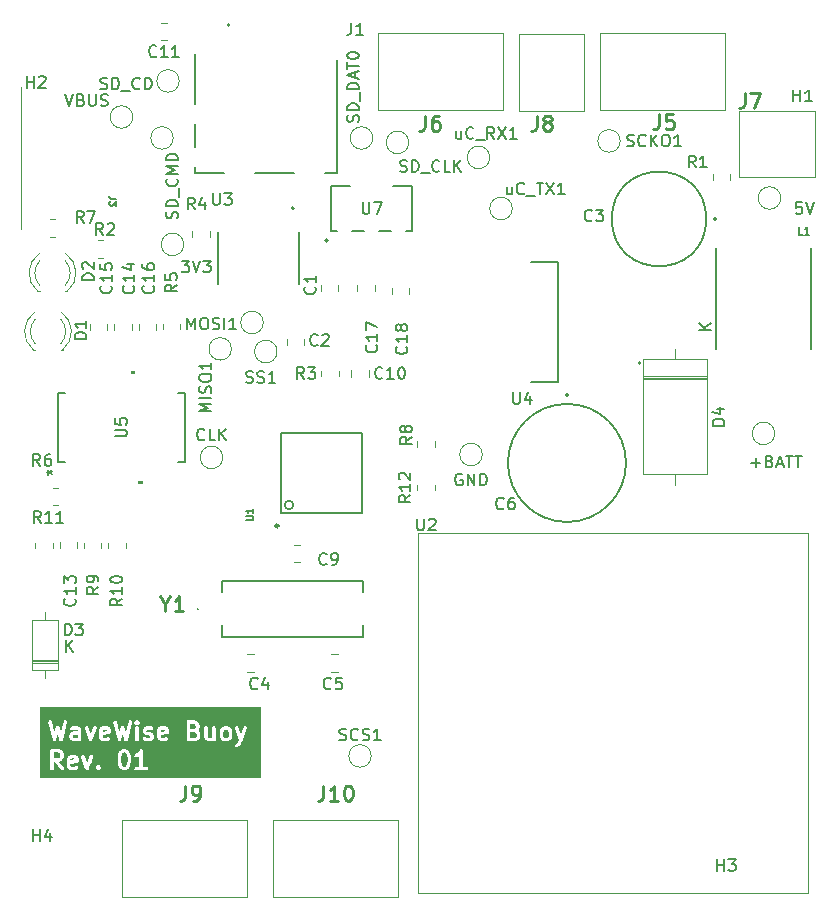
<source format=gbr>
%TF.GenerationSoftware,KiCad,Pcbnew,7.0.1-0*%
%TF.CreationDate,2023-10-30T18:15:43-04:00*%
%TF.ProjectId,WaveWise_Buoy,57617665-5769-4736-955f-42756f792e6b,rev?*%
%TF.SameCoordinates,Original*%
%TF.FileFunction,Legend,Top*%
%TF.FilePolarity,Positive*%
%FSLAX46Y46*%
G04 Gerber Fmt 4.6, Leading zero omitted, Abs format (unit mm)*
G04 Created by KiCad (PCBNEW 7.0.1-0) date 2023-10-30 18:15:43*
%MOMM*%
%LPD*%
G01*
G04 APERTURE LIST*
%ADD10C,0.300000*%
%ADD11C,0.150000*%
%ADD12C,0.254000*%
%ADD13C,0.120000*%
%ADD14C,0.152400*%
%ADD15C,0.100000*%
%ADD16C,0.200000*%
%ADD17C,0.127000*%
G04 APERTURE END LIST*
D10*
G36*
X143245432Y-112391135D02*
G01*
X143282435Y-112428138D01*
X143335613Y-112534495D01*
X143398571Y-112786322D01*
X143398571Y-113106535D01*
X143335614Y-113358358D01*
X143282435Y-113464718D01*
X143245430Y-113501722D01*
X143156018Y-113546428D01*
X143083981Y-113546428D01*
X142994567Y-113501721D01*
X142957563Y-113464717D01*
X142904384Y-113358361D01*
X142841428Y-113106536D01*
X142841428Y-112786321D01*
X142904382Y-112534499D01*
X142957563Y-112428138D01*
X142994567Y-112391134D01*
X143083981Y-112346428D01*
X143156017Y-112346428D01*
X143245432Y-112391135D01*
G37*
G36*
X138936768Y-112879660D02*
G01*
X138962943Y-112932011D01*
X138555714Y-113013458D01*
X138555714Y-112946124D01*
X138588945Y-112879660D01*
X138655411Y-112846428D01*
X138870303Y-112846428D01*
X138936768Y-112879660D01*
G37*
G36*
X137602575Y-112391135D02*
G01*
X137639578Y-112428138D01*
X137684285Y-112517552D01*
X137684285Y-112661018D01*
X137639578Y-112750432D01*
X137602573Y-112787436D01*
X137513161Y-112832142D01*
X137342038Y-112832142D01*
X137305939Y-112828401D01*
X137298536Y-112832142D01*
X137127142Y-112832142D01*
X137127142Y-112346428D01*
X137513160Y-112346428D01*
X137602575Y-112391135D01*
G37*
G36*
X151888290Y-110461135D02*
G01*
X151925293Y-110498138D01*
X151970000Y-110587552D01*
X151970000Y-110945304D01*
X151925293Y-111034718D01*
X151888288Y-111071722D01*
X151798876Y-111116428D01*
X151655410Y-111116428D01*
X151565996Y-111071721D01*
X151528991Y-111034716D01*
X151484286Y-110945304D01*
X151484286Y-110587552D01*
X151528992Y-110498138D01*
X151565996Y-110461134D01*
X151655410Y-110416428D01*
X151798875Y-110416428D01*
X151888290Y-110461135D01*
G37*
G36*
X146579626Y-110449660D02*
G01*
X146605801Y-110502011D01*
X146198572Y-110583458D01*
X146198572Y-110516124D01*
X146231803Y-110449660D01*
X146298269Y-110416428D01*
X146513161Y-110416428D01*
X146579626Y-110449660D01*
G37*
G36*
X141651054Y-110449660D02*
G01*
X141677229Y-110502011D01*
X141270000Y-110583458D01*
X141270000Y-110516124D01*
X141303231Y-110449660D01*
X141369697Y-110416428D01*
X141584589Y-110416428D01*
X141651054Y-110449660D01*
G37*
G36*
X139184286Y-110845101D02*
G01*
X139184286Y-111102295D01*
X139156019Y-111116428D01*
X138869695Y-111116428D01*
X138803231Y-111083196D01*
X138770000Y-111016733D01*
X138770000Y-110944695D01*
X138803231Y-110878231D01*
X138869696Y-110845000D01*
X139183352Y-110845000D01*
X139184286Y-110845101D01*
G37*
G36*
X149181830Y-110683247D02*
G01*
X149211008Y-110712425D01*
X149255714Y-110801838D01*
X149255714Y-110945304D01*
X149211007Y-111034718D01*
X149174002Y-111071722D01*
X149084590Y-111116428D01*
X148698571Y-111116428D01*
X148698571Y-110630714D01*
X149024229Y-110630714D01*
X149181830Y-110683247D01*
G37*
G36*
X149102575Y-109961135D02*
G01*
X149139579Y-109998139D01*
X149184286Y-110087552D01*
X149184286Y-110159590D01*
X149139580Y-110249000D01*
X149102574Y-110286006D01*
X149015732Y-110329428D01*
X149009977Y-110329220D01*
X149007456Y-110330714D01*
X148698571Y-110330714D01*
X148698571Y-109916428D01*
X149013161Y-109916428D01*
X149102575Y-109961135D01*
G37*
G36*
X154662858Y-114544286D02*
G01*
X135955714Y-114544286D01*
X135955714Y-113004391D01*
X136822400Y-113004391D01*
X136827142Y-113014774D01*
X136827142Y-113717996D01*
X136845626Y-113780948D01*
X136912199Y-113838633D01*
X136999391Y-113851170D01*
X137079518Y-113814577D01*
X137127142Y-113740472D01*
X137127142Y-113132142D01*
X137256187Y-113132142D01*
X137723769Y-113800116D01*
X137775012Y-113841089D01*
X137862631Y-113850169D01*
X137941251Y-113810439D01*
X137985909Y-113734511D01*
X137982427Y-113646491D01*
X137613475Y-113119417D01*
X137633091Y-113113658D01*
X137642372Y-113102946D01*
X137741688Y-113053288D01*
X137766350Y-113047924D01*
X137795561Y-113018712D01*
X137825841Y-112990547D01*
X137826567Y-112987706D01*
X137855624Y-112958649D01*
X137877324Y-112945761D01*
X137886456Y-112927496D01*
X138250284Y-112927496D01*
X138255714Y-112940588D01*
X138255714Y-113156797D01*
X138253534Y-113160635D01*
X138255714Y-113200532D01*
X138255714Y-113474069D01*
X138251853Y-113509829D01*
X138265560Y-113537244D01*
X138274198Y-113566662D01*
X138284909Y-113575943D01*
X138325888Y-113657902D01*
X138325683Y-113663731D01*
X138345404Y-113696935D01*
X138352623Y-113711373D01*
X138356375Y-113715407D01*
X138370666Y-113739468D01*
X138385789Y-113747029D01*
X138397308Y-113759413D01*
X138424425Y-113766347D01*
X138545696Y-113826981D01*
X138575956Y-113846428D01*
X138606608Y-113846428D01*
X138636782Y-113851858D01*
X138649874Y-113846428D01*
X138897638Y-113846428D01*
X138933401Y-113850289D01*
X138960815Y-113836581D01*
X138990234Y-113827944D01*
X138999515Y-113817232D01*
X139134944Y-113749519D01*
X139182984Y-113704833D01*
X139204807Y-113619491D01*
X139177027Y-113535897D01*
X139108463Y-113480594D01*
X139020884Y-113471139D01*
X138870304Y-113546428D01*
X138655409Y-113546428D01*
X138588945Y-113513196D01*
X138555714Y-113446733D01*
X138555714Y-113319399D01*
X139124152Y-113205710D01*
X139142249Y-113208313D01*
X139166486Y-113197244D01*
X139170567Y-113196428D01*
X139186031Y-113188318D01*
X139222376Y-113171720D01*
X139224762Y-113168006D01*
X139228671Y-113165957D01*
X139248403Y-113131220D01*
X139270000Y-113097615D01*
X139270000Y-113093202D01*
X139272180Y-113089364D01*
X139270000Y-113049467D01*
X139270000Y-112918789D01*
X139273861Y-112883025D01*
X139260152Y-112855609D01*
X139251516Y-112826194D01*
X139240804Y-112816912D01*
X139199825Y-112734956D01*
X139200031Y-112729127D01*
X139185938Y-112705400D01*
X139463924Y-112705400D01*
X139825641Y-113718209D01*
X139824861Y-113731790D01*
X139840199Y-113758969D01*
X139843135Y-113767190D01*
X139850747Y-113777660D01*
X139868154Y-113808506D01*
X139876297Y-113812806D01*
X139881715Y-113820258D01*
X139914727Y-113833099D01*
X139946049Y-113849638D01*
X139955228Y-113848852D01*
X139963811Y-113852191D01*
X139998518Y-113845147D01*
X140033816Y-113842127D01*
X140041112Y-113836503D01*
X140050140Y-113834672D01*
X140075535Y-113809976D01*
X140103590Y-113788357D01*
X140106687Y-113779683D01*
X140113292Y-113773261D01*
X140121304Y-113738756D01*
X140165914Y-113613847D01*
X140678350Y-113613847D01*
X140685432Y-113646404D01*
X140687810Y-113679634D01*
X140694648Y-113688769D01*
X140697075Y-113699922D01*
X140720631Y-113723478D01*
X140740599Y-113750152D01*
X140751293Y-113754140D01*
X140772574Y-113775421D01*
X140774197Y-113780948D01*
X140795295Y-113799229D01*
X140812025Y-113821579D01*
X140827938Y-113827514D01*
X140840770Y-113838633D01*
X140857576Y-113841049D01*
X140872481Y-113849188D01*
X140883863Y-113848373D01*
X140894559Y-113852363D01*
X140911152Y-113848753D01*
X140927962Y-113851170D01*
X140943411Y-113844114D01*
X140960345Y-113842903D01*
X140969480Y-113836064D01*
X140980634Y-113833638D01*
X140992639Y-113821632D01*
X141008089Y-113814577D01*
X141017270Y-113800289D01*
X141030864Y-113790114D01*
X141034852Y-113779420D01*
X141075616Y-113738657D01*
X141102294Y-113718687D01*
X141113938Y-113687466D01*
X141129902Y-113658232D01*
X141129087Y-113646848D01*
X141133077Y-113636153D01*
X141125994Y-113603595D01*
X141123618Y-113570369D01*
X141116778Y-113561232D01*
X141114352Y-113550078D01*
X141090794Y-113526520D01*
X141070829Y-113499849D01*
X141060133Y-113495859D01*
X141038851Y-113474577D01*
X141037229Y-113469051D01*
X141016128Y-113450767D01*
X140999399Y-113428419D01*
X140983487Y-113422484D01*
X140970656Y-113411366D01*
X140953850Y-113408949D01*
X140938944Y-113400810D01*
X140927558Y-113401624D01*
X140916865Y-113397636D01*
X140900272Y-113401245D01*
X140883464Y-113398829D01*
X140868016Y-113405883D01*
X140851081Y-113407095D01*
X140841942Y-113413935D01*
X140830790Y-113416362D01*
X140818785Y-113428367D01*
X140803337Y-113435422D01*
X140794157Y-113449706D01*
X140780561Y-113459884D01*
X140776571Y-113470581D01*
X140735807Y-113511345D01*
X140709133Y-113531313D01*
X140697489Y-113562531D01*
X140681524Y-113591770D01*
X140682338Y-113603153D01*
X140678350Y-113613847D01*
X140165914Y-113613847D01*
X140342770Y-113118651D01*
X142535224Y-113118651D01*
X142541428Y-113143467D01*
X142541428Y-113146568D01*
X142546646Y-113164341D01*
X142610854Y-113421173D01*
X142608995Y-113438402D01*
X142621328Y-113463069D01*
X142622566Y-113468018D01*
X142630939Y-113482290D01*
X142691709Y-113603829D01*
X142697075Y-113628493D01*
X142726295Y-113657713D01*
X142754452Y-113687984D01*
X142757292Y-113688710D01*
X142786349Y-113717767D01*
X142799238Y-113739467D01*
X142836187Y-113757941D01*
X142872483Y-113777761D01*
X142875407Y-113777551D01*
X142974265Y-113826980D01*
X143004527Y-113846428D01*
X143035179Y-113846428D01*
X143065353Y-113851858D01*
X143078445Y-113846428D01*
X143183352Y-113846428D01*
X143219115Y-113850289D01*
X143246529Y-113836581D01*
X143275948Y-113827944D01*
X143285229Y-113817232D01*
X143384545Y-113767574D01*
X143409207Y-113762210D01*
X143438418Y-113732998D01*
X143468698Y-113704833D01*
X143469424Y-113701992D01*
X143498481Y-113672935D01*
X143520181Y-113660047D01*
X143538655Y-113623097D01*
X143558475Y-113586802D01*
X143558265Y-113583877D01*
X143599357Y-113501693D01*
X143611981Y-113489824D01*
X143618670Y-113463067D01*
X143620952Y-113458504D01*
X143623883Y-113442215D01*
X143688104Y-113185329D01*
X143698571Y-113169044D01*
X143698571Y-113143465D01*
X143699323Y-113140457D01*
X143698571Y-113121952D01*
X143698571Y-112792544D01*
X143704775Y-112774205D01*
X143698571Y-112749389D01*
X143698571Y-112746289D01*
X143693353Y-112728518D01*
X143668851Y-112630510D01*
X143963764Y-112630510D01*
X143991544Y-112714103D01*
X144060108Y-112769406D01*
X144147687Y-112778861D01*
X144313114Y-112696146D01*
X144337778Y-112690781D01*
X144366998Y-112661560D01*
X144397269Y-112633404D01*
X144397995Y-112630563D01*
X144398570Y-112629989D01*
X144398570Y-113546428D01*
X144098431Y-113546428D01*
X144035479Y-113564912D01*
X143977794Y-113631485D01*
X143965257Y-113718677D01*
X144001850Y-113798804D01*
X144075955Y-113846428D01*
X144537839Y-113846428D01*
X144570819Y-113851170D01*
X144581202Y-113846428D01*
X144998710Y-113846428D01*
X145061662Y-113827944D01*
X145119347Y-113761371D01*
X145131884Y-113674179D01*
X145095291Y-113594052D01*
X145021186Y-113546428D01*
X144698570Y-113546428D01*
X144698570Y-112219285D01*
X144704881Y-112199055D01*
X144698570Y-112176145D01*
X144698570Y-112174860D01*
X144692845Y-112155364D01*
X144681487Y-112114130D01*
X144680471Y-112113219D01*
X144680086Y-112111908D01*
X144647756Y-112083894D01*
X144615893Y-112055333D01*
X144614543Y-112055115D01*
X144613513Y-112054223D01*
X144571205Y-112048139D01*
X144528925Y-112041334D01*
X144527673Y-112041880D01*
X144526321Y-112041686D01*
X144487378Y-112059470D01*
X144448194Y-112076576D01*
X144447437Y-112077711D01*
X144446194Y-112078279D01*
X144423048Y-112114294D01*
X144289145Y-112315149D01*
X144174002Y-112430292D01*
X144033626Y-112500482D01*
X143985586Y-112545167D01*
X143963764Y-112630510D01*
X143668851Y-112630510D01*
X143629143Y-112471682D01*
X143631003Y-112454455D01*
X143618669Y-112429787D01*
X143617432Y-112424838D01*
X143609058Y-112410564D01*
X143548288Y-112289022D01*
X143542923Y-112264362D01*
X143513715Y-112235154D01*
X143485547Y-112204872D01*
X143482706Y-112204145D01*
X143453648Y-112175088D01*
X143440761Y-112153390D01*
X143403811Y-112134915D01*
X143367515Y-112115096D01*
X143364591Y-112115305D01*
X143265737Y-112065878D01*
X143235472Y-112046428D01*
X143204819Y-112046428D01*
X143174647Y-112040998D01*
X143161555Y-112046428D01*
X143056646Y-112046428D01*
X143020882Y-112042567D01*
X142993466Y-112056275D01*
X142964051Y-112064912D01*
X142954769Y-112075623D01*
X142855454Y-112125282D01*
X142830793Y-112130647D01*
X142801578Y-112159861D01*
X142771301Y-112188024D01*
X142770574Y-112190864D01*
X142741518Y-112219919D01*
X142719818Y-112232809D01*
X142701337Y-112269769D01*
X142681525Y-112306053D01*
X142681734Y-112308976D01*
X142640641Y-112391162D01*
X142628017Y-112403033D01*
X142621328Y-112429788D01*
X142619047Y-112434351D01*
X142616115Y-112450638D01*
X142551894Y-112707526D01*
X142541428Y-112723813D01*
X142541428Y-112749393D01*
X142540676Y-112752401D01*
X142541428Y-112770906D01*
X142541428Y-113100312D01*
X142535224Y-113118651D01*
X140342770Y-113118651D01*
X140482800Y-112726567D01*
X140486566Y-112661066D01*
X140443273Y-112584350D01*
X140365378Y-112543218D01*
X140277611Y-112550729D01*
X140207837Y-112604500D01*
X139977142Y-113250446D01*
X139754006Y-112625666D01*
X139715426Y-112572598D01*
X139633330Y-112540665D01*
X139547001Y-112558184D01*
X139483849Y-112619595D01*
X139463924Y-112705400D01*
X139185938Y-112705400D01*
X139180303Y-112695913D01*
X139173089Y-112681484D01*
X139169338Y-112677452D01*
X139155047Y-112653390D01*
X139139923Y-112645828D01*
X139128404Y-112633444D01*
X139101288Y-112626510D01*
X138980023Y-112565878D01*
X138949758Y-112546428D01*
X138919105Y-112546428D01*
X138888933Y-112540998D01*
X138875841Y-112546428D01*
X138628076Y-112546428D01*
X138592312Y-112542567D01*
X138564896Y-112556274D01*
X138535480Y-112564912D01*
X138526198Y-112575623D01*
X138444240Y-112616602D01*
X138438412Y-112616397D01*
X138405207Y-112636118D01*
X138390769Y-112643338D01*
X138386734Y-112647090D01*
X138362675Y-112661381D01*
X138355113Y-112676504D01*
X138342729Y-112688024D01*
X138335795Y-112715140D01*
X138275159Y-112836411D01*
X138255714Y-112866670D01*
X138255714Y-112897321D01*
X138250284Y-112927496D01*
X137886456Y-112927496D01*
X137895798Y-112908811D01*
X137915618Y-112872516D01*
X137915408Y-112869591D01*
X137964837Y-112770733D01*
X137984285Y-112740472D01*
X137984285Y-112709820D01*
X137989715Y-112679646D01*
X137984285Y-112666554D01*
X137984285Y-112490218D01*
X137988146Y-112454455D01*
X137974438Y-112427040D01*
X137965801Y-112397622D01*
X137955089Y-112388340D01*
X137905431Y-112289022D01*
X137900066Y-112264362D01*
X137870858Y-112235154D01*
X137842690Y-112204872D01*
X137839849Y-112204145D01*
X137810791Y-112175088D01*
X137797904Y-112153390D01*
X137760954Y-112134915D01*
X137724658Y-112115096D01*
X137721734Y-112115305D01*
X137622880Y-112065878D01*
X137592615Y-112046428D01*
X137561962Y-112046428D01*
X137531790Y-112040998D01*
X137518698Y-112046428D01*
X136987873Y-112046428D01*
X136954893Y-112041686D01*
X136924586Y-112055526D01*
X136892622Y-112064912D01*
X136885147Y-112073537D01*
X136874766Y-112078279D01*
X136856753Y-112106306D01*
X136834937Y-112131485D01*
X136833312Y-112142782D01*
X136827142Y-112152384D01*
X136827142Y-112185697D01*
X136822400Y-112218677D01*
X136827142Y-112229060D01*
X136827142Y-112971411D01*
X136822400Y-113004391D01*
X135955714Y-113004391D01*
X135955714Y-111771937D01*
X152463765Y-111771937D01*
X152491544Y-111855530D01*
X152560108Y-111910834D01*
X152647687Y-111920289D01*
X152813117Y-111837574D01*
X152837779Y-111832210D01*
X152866990Y-111802998D01*
X152897270Y-111774833D01*
X152897996Y-111771992D01*
X152931512Y-111738476D01*
X152957200Y-111720173D01*
X152970228Y-111687602D01*
X152987047Y-111656802D01*
X152986364Y-111647261D01*
X153101184Y-111360211D01*
X153103591Y-111358357D01*
X153106688Y-111349683D01*
X153113293Y-111343261D01*
X153120666Y-111311506D01*
X153124425Y-111302111D01*
X153124696Y-111299262D01*
X153482801Y-110296567D01*
X153486567Y-110231066D01*
X153443274Y-110154350D01*
X153365379Y-110113218D01*
X153277612Y-110120729D01*
X153207838Y-110174500D01*
X152977143Y-110820446D01*
X152754007Y-110195666D01*
X152715427Y-110142598D01*
X152633331Y-110110665D01*
X152547002Y-110128184D01*
X152483850Y-110189595D01*
X152463925Y-110275400D01*
X152816790Y-111263421D01*
X152706448Y-111539276D01*
X152674002Y-111571722D01*
X152533627Y-111641909D01*
X152485587Y-111686595D01*
X152463765Y-111771937D01*
X135955714Y-111771937D01*
X135955714Y-109758325D01*
X136678163Y-109758325D01*
X137041866Y-111285880D01*
X137042575Y-111314207D01*
X137064066Y-111345878D01*
X137083065Y-111379111D01*
X137088559Y-111381973D01*
X137092037Y-111387098D01*
X137127243Y-111402124D01*
X137161189Y-111419808D01*
X137167356Y-111419245D01*
X137173055Y-111421678D01*
X137210798Y-111415284D01*
X137248913Y-111411809D01*
X137253798Y-111408000D01*
X137259905Y-111406966D01*
X137288190Y-111381190D01*
X137318386Y-111357652D01*
X137320437Y-111351805D01*
X137325015Y-111347634D01*
X137334878Y-111310647D01*
X137347550Y-111274531D01*
X137346115Y-111268506D01*
X137477142Y-110777156D01*
X137613872Y-111289891D01*
X137615341Y-111318188D01*
X137637676Y-111349272D01*
X137657559Y-111381981D01*
X137663128Y-111384694D01*
X137666742Y-111389724D01*
X137702336Y-111403798D01*
X137736748Y-111420565D01*
X137742898Y-111419837D01*
X137748660Y-111422115D01*
X137786216Y-111414710D01*
X137824226Y-111410212D01*
X137829007Y-111406273D01*
X137835083Y-111405076D01*
X137862664Y-111378551D01*
X137892219Y-111354209D01*
X137894112Y-111348309D01*
X137898576Y-111344017D01*
X137907439Y-111306790D01*
X137919141Y-111270335D01*
X137917544Y-111264348D01*
X137998088Y-110926067D01*
X138464570Y-110926067D01*
X138470000Y-110939159D01*
X138470000Y-111044069D01*
X138466139Y-111079829D01*
X138479846Y-111107244D01*
X138488484Y-111136662D01*
X138499195Y-111145943D01*
X138540174Y-111227902D01*
X138539969Y-111233731D01*
X138559690Y-111266935D01*
X138566909Y-111281373D01*
X138570661Y-111285407D01*
X138584952Y-111309468D01*
X138600075Y-111317029D01*
X138611594Y-111329413D01*
X138638711Y-111336347D01*
X138759982Y-111396981D01*
X138790242Y-111416428D01*
X138820894Y-111416428D01*
X138851068Y-111421858D01*
X138864160Y-111416428D01*
X139183355Y-111416428D01*
X139219115Y-111420289D01*
X139246530Y-111406581D01*
X139261800Y-111402097D01*
X139269343Y-111408633D01*
X139356535Y-111421170D01*
X139436662Y-111384577D01*
X139484286Y-111310472D01*
X139484286Y-111213878D01*
X139490522Y-111189491D01*
X139484286Y-111170726D01*
X139484286Y-110642446D01*
X139490521Y-110618062D01*
X139484286Y-110599300D01*
X139484286Y-110488789D01*
X139488147Y-110453025D01*
X139474438Y-110425609D01*
X139465802Y-110396194D01*
X139455090Y-110386912D01*
X139414111Y-110304956D01*
X139414317Y-110299127D01*
X139400224Y-110275400D01*
X139749639Y-110275400D01*
X140111356Y-111288209D01*
X140110576Y-111301790D01*
X140125914Y-111328969D01*
X140128850Y-111337190D01*
X140136462Y-111347660D01*
X140153869Y-111378506D01*
X140162012Y-111382806D01*
X140167430Y-111390258D01*
X140200442Y-111403099D01*
X140231764Y-111419638D01*
X140240943Y-111418852D01*
X140249526Y-111422191D01*
X140284233Y-111415147D01*
X140319531Y-111412127D01*
X140326827Y-111406503D01*
X140335855Y-111404672D01*
X140361250Y-111379976D01*
X140389305Y-111358357D01*
X140392402Y-111349683D01*
X140399007Y-111343261D01*
X140407019Y-111308756D01*
X140696755Y-110497496D01*
X140964570Y-110497496D01*
X140970000Y-110510588D01*
X140970000Y-110726797D01*
X140967820Y-110730635D01*
X140970000Y-110770532D01*
X140970000Y-111044069D01*
X140966139Y-111079829D01*
X140979846Y-111107244D01*
X140988484Y-111136662D01*
X140999195Y-111145943D01*
X141040174Y-111227902D01*
X141039969Y-111233731D01*
X141059690Y-111266935D01*
X141066909Y-111281373D01*
X141070661Y-111285407D01*
X141084952Y-111309468D01*
X141100075Y-111317029D01*
X141111594Y-111329413D01*
X141138711Y-111336347D01*
X141259982Y-111396981D01*
X141290242Y-111416428D01*
X141320894Y-111416428D01*
X141351068Y-111421858D01*
X141364160Y-111416428D01*
X141611924Y-111416428D01*
X141647687Y-111420289D01*
X141675101Y-111406581D01*
X141704520Y-111397944D01*
X141713801Y-111387232D01*
X141849230Y-111319519D01*
X141897270Y-111274833D01*
X141919093Y-111189491D01*
X141891313Y-111105897D01*
X141822749Y-111050594D01*
X141735170Y-111041139D01*
X141584590Y-111116428D01*
X141369695Y-111116428D01*
X141303231Y-111083196D01*
X141270000Y-111016733D01*
X141270000Y-110889399D01*
X141838438Y-110775710D01*
X141856535Y-110778313D01*
X141880772Y-110767244D01*
X141884853Y-110766428D01*
X141900317Y-110758318D01*
X141936662Y-110741720D01*
X141939048Y-110738006D01*
X141942957Y-110735957D01*
X141962689Y-110701220D01*
X141984286Y-110667615D01*
X141984286Y-110663202D01*
X141986466Y-110659364D01*
X141984286Y-110619467D01*
X141984286Y-110488789D01*
X141988147Y-110453025D01*
X141974438Y-110425609D01*
X141965802Y-110396194D01*
X141955090Y-110386912D01*
X141914111Y-110304956D01*
X141914317Y-110299127D01*
X141894589Y-110265913D01*
X141887375Y-110251484D01*
X141883624Y-110247452D01*
X141869333Y-110223390D01*
X141854209Y-110215828D01*
X141842690Y-110203444D01*
X141815574Y-110196510D01*
X141694309Y-110135878D01*
X141664044Y-110116428D01*
X141633391Y-110116428D01*
X141603219Y-110110998D01*
X141590127Y-110116428D01*
X141342362Y-110116428D01*
X141306598Y-110112567D01*
X141279182Y-110126274D01*
X141249766Y-110134912D01*
X141240484Y-110145623D01*
X141158526Y-110186602D01*
X141152698Y-110186397D01*
X141119493Y-110206118D01*
X141105055Y-110213338D01*
X141101020Y-110217090D01*
X141076961Y-110231381D01*
X141069399Y-110246504D01*
X141057015Y-110258024D01*
X141050081Y-110285140D01*
X140989445Y-110406411D01*
X140970000Y-110436670D01*
X140970000Y-110467321D01*
X140964570Y-110497496D01*
X140696755Y-110497496D01*
X140768515Y-110296567D01*
X140772281Y-110231066D01*
X140728988Y-110154350D01*
X140651093Y-110113218D01*
X140563326Y-110120729D01*
X140493552Y-110174500D01*
X140262857Y-110820446D01*
X140039721Y-110195666D01*
X140001141Y-110142598D01*
X139919045Y-110110665D01*
X139832716Y-110128184D01*
X139769564Y-110189595D01*
X139749639Y-110275400D01*
X139400224Y-110275400D01*
X139394589Y-110265913D01*
X139387375Y-110251484D01*
X139383624Y-110247452D01*
X139369333Y-110223390D01*
X139354209Y-110215828D01*
X139342690Y-110203444D01*
X139315574Y-110196510D01*
X139194309Y-110135878D01*
X139164044Y-110116428D01*
X139133391Y-110116428D01*
X139103219Y-110110998D01*
X139090127Y-110116428D01*
X138842362Y-110116428D01*
X138806598Y-110112567D01*
X138779182Y-110126274D01*
X138749766Y-110134912D01*
X138740484Y-110145623D01*
X138605055Y-110213338D01*
X138557015Y-110258024D01*
X138535193Y-110343366D01*
X138562973Y-110426960D01*
X138631536Y-110482263D01*
X138719116Y-110491718D01*
X138869697Y-110416428D01*
X139084589Y-110416428D01*
X139151054Y-110449660D01*
X139184286Y-110516124D01*
X139184286Y-110530866D01*
X139156017Y-110545000D01*
X138842363Y-110545000D01*
X138806599Y-110541139D01*
X138779184Y-110554846D01*
X138749766Y-110563484D01*
X138740484Y-110574195D01*
X138658527Y-110615173D01*
X138652698Y-110614968D01*
X138619487Y-110634693D01*
X138605056Y-110641909D01*
X138601022Y-110645660D01*
X138576961Y-110659952D01*
X138569399Y-110675075D01*
X138557016Y-110686594D01*
X138550082Y-110713709D01*
X138489445Y-110834982D01*
X138470000Y-110865241D01*
X138470000Y-110895892D01*
X138464570Y-110926067D01*
X137998088Y-110926067D01*
X138270917Y-109780190D01*
X138269782Y-109758325D01*
X142178163Y-109758325D01*
X142541866Y-111285880D01*
X142542575Y-111314207D01*
X142564066Y-111345878D01*
X142583065Y-111379111D01*
X142588559Y-111381973D01*
X142592037Y-111387098D01*
X142627243Y-111402124D01*
X142661189Y-111419808D01*
X142667356Y-111419245D01*
X142673055Y-111421678D01*
X142710798Y-111415284D01*
X142748913Y-111411809D01*
X142753798Y-111408000D01*
X142759905Y-111406966D01*
X142788190Y-111381190D01*
X142818386Y-111357652D01*
X142820437Y-111351805D01*
X142825015Y-111347634D01*
X142834878Y-111310647D01*
X142847550Y-111274531D01*
X142846115Y-111268506D01*
X142977142Y-110777156D01*
X143113872Y-111289891D01*
X143115341Y-111318188D01*
X143137676Y-111349272D01*
X143157559Y-111381981D01*
X143163128Y-111384694D01*
X143166742Y-111389724D01*
X143202336Y-111403798D01*
X143236748Y-111420565D01*
X143242898Y-111419837D01*
X143248660Y-111422115D01*
X143286216Y-111414710D01*
X143324226Y-111410212D01*
X143329007Y-111406273D01*
X143335083Y-111405076D01*
X143362664Y-111378551D01*
X143392219Y-111354209D01*
X143394112Y-111348309D01*
X143398576Y-111344017D01*
X143407439Y-111306790D01*
X143413472Y-111287996D01*
X144041428Y-111287996D01*
X144059912Y-111350948D01*
X144126485Y-111408633D01*
X144213677Y-111421170D01*
X144293804Y-111384577D01*
X144341428Y-111310472D01*
X144341428Y-110497496D01*
X144678856Y-110497496D01*
X144684286Y-110510588D01*
X144684286Y-110544069D01*
X144680425Y-110579829D01*
X144694132Y-110607244D01*
X144702770Y-110636662D01*
X144713481Y-110645943D01*
X144754460Y-110727902D01*
X144754255Y-110733731D01*
X144773976Y-110766935D01*
X144781195Y-110781373D01*
X144784947Y-110785407D01*
X144799238Y-110809468D01*
X144814361Y-110817029D01*
X144825880Y-110829413D01*
X144852997Y-110836347D01*
X144974268Y-110896981D01*
X145004528Y-110916428D01*
X145035180Y-110916428D01*
X145065354Y-110921858D01*
X145078446Y-110916428D01*
X145227446Y-110916428D01*
X145293911Y-110949660D01*
X145327143Y-111016124D01*
X145327143Y-111016732D01*
X145293910Y-111083196D01*
X145227447Y-111116428D01*
X145012553Y-111116428D01*
X144882077Y-111051190D01*
X144817504Y-111039570D01*
X144736137Y-111073317D01*
X144685930Y-111145698D01*
X144682826Y-111233730D01*
X144727810Y-111309467D01*
X144902837Y-111396980D01*
X144933099Y-111416428D01*
X144963751Y-111416428D01*
X144993925Y-111421858D01*
X145007017Y-111416428D01*
X145254781Y-111416428D01*
X145290544Y-111420289D01*
X145317958Y-111406581D01*
X145347377Y-111397944D01*
X145356658Y-111387232D01*
X145438615Y-111346254D01*
X145444444Y-111346460D01*
X145477648Y-111326737D01*
X145492087Y-111319519D01*
X145496121Y-111315766D01*
X145520181Y-111301476D01*
X145527742Y-111286352D01*
X145540127Y-111274833D01*
X145547061Y-111247715D01*
X145607697Y-111126444D01*
X145627143Y-111096186D01*
X145627143Y-111065535D01*
X145632573Y-111035361D01*
X145627143Y-111022269D01*
X145627143Y-110988789D01*
X145631004Y-110953025D01*
X145617295Y-110925609D01*
X145608659Y-110896194D01*
X145597947Y-110886912D01*
X145556968Y-110804956D01*
X145557174Y-110799127D01*
X145537446Y-110765913D01*
X145530232Y-110751484D01*
X145526481Y-110747452D01*
X145512190Y-110723390D01*
X145497066Y-110715828D01*
X145485547Y-110703444D01*
X145458431Y-110696510D01*
X145337166Y-110635878D01*
X145306901Y-110616428D01*
X145276248Y-110616428D01*
X145246076Y-110610998D01*
X145232984Y-110616428D01*
X145083981Y-110616428D01*
X145017517Y-110583196D01*
X144984286Y-110516733D01*
X144984286Y-110516124D01*
X144993600Y-110497496D01*
X145893142Y-110497496D01*
X145898572Y-110510588D01*
X145898572Y-110726797D01*
X145896392Y-110730635D01*
X145898572Y-110770532D01*
X145898572Y-111044069D01*
X145894711Y-111079829D01*
X145908418Y-111107244D01*
X145917056Y-111136662D01*
X145927767Y-111145943D01*
X145968746Y-111227902D01*
X145968541Y-111233731D01*
X145988262Y-111266935D01*
X145995481Y-111281373D01*
X145999233Y-111285407D01*
X146013524Y-111309468D01*
X146028647Y-111317029D01*
X146040166Y-111329413D01*
X146067283Y-111336347D01*
X146188554Y-111396981D01*
X146218814Y-111416428D01*
X146249466Y-111416428D01*
X146279640Y-111421858D01*
X146292732Y-111416428D01*
X146540496Y-111416428D01*
X146576259Y-111420289D01*
X146603673Y-111406581D01*
X146633092Y-111397944D01*
X146642373Y-111387232D01*
X146777802Y-111319519D01*
X146810959Y-111288677D01*
X148393829Y-111288677D01*
X148407669Y-111318983D01*
X148417055Y-111350948D01*
X148425680Y-111358422D01*
X148430422Y-111368804D01*
X148458449Y-111386816D01*
X148483628Y-111408633D01*
X148494925Y-111410257D01*
X148504527Y-111416428D01*
X148537840Y-111416428D01*
X148570820Y-111421170D01*
X148581203Y-111416428D01*
X149111924Y-111416428D01*
X149147687Y-111420289D01*
X149175101Y-111406581D01*
X149204520Y-111397944D01*
X149213801Y-111387232D01*
X149313117Y-111337574D01*
X149337779Y-111332210D01*
X149366990Y-111302998D01*
X149397270Y-111274833D01*
X149397996Y-111271992D01*
X149427053Y-111242935D01*
X149448753Y-111230047D01*
X149467227Y-111193097D01*
X149487047Y-111156802D01*
X149486837Y-111153877D01*
X149523861Y-111079830D01*
X149894710Y-111079830D01*
X149908417Y-111107245D01*
X149917055Y-111136662D01*
X149927766Y-111145943D01*
X149968745Y-111227901D01*
X149968540Y-111233730D01*
X149988261Y-111266934D01*
X149995481Y-111281373D01*
X149999233Y-111285407D01*
X150013524Y-111309467D01*
X150028647Y-111317028D01*
X150040167Y-111329413D01*
X150067283Y-111336346D01*
X150188551Y-111396980D01*
X150218813Y-111416428D01*
X150249465Y-111416428D01*
X150279639Y-111421858D01*
X150292731Y-111416428D01*
X150469067Y-111416428D01*
X150504830Y-111420289D01*
X150532244Y-111406581D01*
X150561663Y-111397944D01*
X150570944Y-111387232D01*
X150590502Y-111377453D01*
X150626486Y-111408633D01*
X150713678Y-111421170D01*
X150793805Y-111384577D01*
X150841429Y-111310472D01*
X150841429Y-111161858D01*
X150844190Y-111156802D01*
X150841429Y-111118203D01*
X150841429Y-110568924D01*
X151178856Y-110568924D01*
X151184286Y-110582016D01*
X151184286Y-110972638D01*
X151180425Y-111008401D01*
X151194132Y-111035815D01*
X151202770Y-111065234D01*
X151213481Y-111074515D01*
X151263139Y-111173831D01*
X151268504Y-111198493D01*
X151297709Y-111227698D01*
X151325881Y-111257984D01*
X151328721Y-111258710D01*
X151357778Y-111287767D01*
X151370667Y-111309467D01*
X151407616Y-111327941D01*
X151443912Y-111347761D01*
X151446836Y-111347551D01*
X151545694Y-111396980D01*
X151575956Y-111416428D01*
X151606608Y-111416428D01*
X151636782Y-111421858D01*
X151649874Y-111416428D01*
X151826210Y-111416428D01*
X151861973Y-111420289D01*
X151889387Y-111406581D01*
X151918806Y-111397944D01*
X151928087Y-111387232D01*
X152027403Y-111337574D01*
X152052065Y-111332210D01*
X152081276Y-111302998D01*
X152111556Y-111274833D01*
X152112282Y-111271992D01*
X152141339Y-111242935D01*
X152163039Y-111230047D01*
X152181513Y-111193097D01*
X152201333Y-111156802D01*
X152201123Y-111153877D01*
X152250552Y-111055019D01*
X152270000Y-111024758D01*
X152270000Y-110994106D01*
X152275430Y-110963932D01*
X152270000Y-110950840D01*
X152270000Y-110560218D01*
X152273861Y-110524455D01*
X152260153Y-110497040D01*
X152251516Y-110467622D01*
X152240804Y-110458340D01*
X152191146Y-110359022D01*
X152185781Y-110334362D01*
X152156573Y-110305154D01*
X152128405Y-110274872D01*
X152125564Y-110274145D01*
X152096506Y-110245088D01*
X152083619Y-110223390D01*
X152046669Y-110204915D01*
X152010373Y-110185096D01*
X152007449Y-110185305D01*
X151908595Y-110135878D01*
X151878330Y-110116428D01*
X151847677Y-110116428D01*
X151817505Y-110110998D01*
X151804413Y-110116428D01*
X151628075Y-110116428D01*
X151592311Y-110112567D01*
X151564895Y-110126275D01*
X151535480Y-110134912D01*
X151526198Y-110145623D01*
X151426883Y-110195282D01*
X151402222Y-110200647D01*
X151373007Y-110229861D01*
X151342730Y-110258024D01*
X151342003Y-110260864D01*
X151312947Y-110289919D01*
X151291247Y-110302809D01*
X151272766Y-110339769D01*
X151252954Y-110376053D01*
X151253163Y-110378976D01*
X151203731Y-110477839D01*
X151184286Y-110508098D01*
X151184286Y-110538749D01*
X151178856Y-110568924D01*
X150841429Y-110568924D01*
X150841429Y-110244860D01*
X150822945Y-110181908D01*
X150756372Y-110124223D01*
X150669180Y-110111686D01*
X150589053Y-110148279D01*
X150541429Y-110222384D01*
X150541429Y-111061439D01*
X150531145Y-111071722D01*
X150441733Y-111116428D01*
X150298267Y-111116428D01*
X150231803Y-111083196D01*
X150198571Y-111016731D01*
X150198571Y-110244860D01*
X150180087Y-110181908D01*
X150113514Y-110124223D01*
X150026322Y-110111686D01*
X149946195Y-110148279D01*
X149898571Y-110222384D01*
X149898571Y-111044066D01*
X149894710Y-111079830D01*
X149523861Y-111079830D01*
X149536266Y-111055019D01*
X149555714Y-111024758D01*
X149555714Y-110994106D01*
X149561144Y-110963932D01*
X149555714Y-110950840D01*
X149555714Y-110774504D01*
X149559575Y-110738741D01*
X149545867Y-110711326D01*
X149537230Y-110681908D01*
X149526518Y-110672626D01*
X149476860Y-110573310D01*
X149471496Y-110548649D01*
X149442284Y-110519437D01*
X149414119Y-110489158D01*
X149411278Y-110488431D01*
X149374635Y-110451788D01*
X149371445Y-110447825D01*
X149377324Y-110444334D01*
X149395807Y-110407367D01*
X149415617Y-110371089D01*
X149415407Y-110368166D01*
X149464838Y-110269305D01*
X149484286Y-110239044D01*
X149484286Y-110208391D01*
X149489716Y-110178219D01*
X149484286Y-110165127D01*
X149484286Y-110060217D01*
X149488147Y-110024453D01*
X149474438Y-109997037D01*
X149465802Y-109967622D01*
X149455090Y-109958340D01*
X149405432Y-109859025D01*
X149400067Y-109834362D01*
X149370836Y-109805131D01*
X149342690Y-109774872D01*
X149339850Y-109774145D01*
X149310792Y-109745088D01*
X149297905Y-109723390D01*
X149260951Y-109704913D01*
X149224660Y-109685096D01*
X149221735Y-109685305D01*
X149122873Y-109635873D01*
X149092615Y-109616428D01*
X149061964Y-109616428D01*
X149031790Y-109610998D01*
X149018698Y-109616428D01*
X148559302Y-109616428D01*
X148526322Y-109611686D01*
X148496015Y-109625526D01*
X148464051Y-109634912D01*
X148456576Y-109643537D01*
X148446195Y-109648279D01*
X148428182Y-109676306D01*
X148406366Y-109701485D01*
X148404741Y-109712782D01*
X148398571Y-109722384D01*
X148398571Y-109755697D01*
X148393829Y-109788677D01*
X148398571Y-109799060D01*
X148398571Y-110469983D01*
X148393829Y-110502963D01*
X148398571Y-110513346D01*
X148398571Y-111255697D01*
X148393829Y-111288677D01*
X146810959Y-111288677D01*
X146825842Y-111274833D01*
X146847665Y-111189491D01*
X146819885Y-111105897D01*
X146751321Y-111050594D01*
X146663742Y-111041139D01*
X146513162Y-111116428D01*
X146298267Y-111116428D01*
X146231803Y-111083196D01*
X146198572Y-111016733D01*
X146198572Y-110889399D01*
X146767010Y-110775710D01*
X146785107Y-110778313D01*
X146809344Y-110767244D01*
X146813425Y-110766428D01*
X146828889Y-110758318D01*
X146865234Y-110741720D01*
X146867620Y-110738006D01*
X146871529Y-110735957D01*
X146891261Y-110701220D01*
X146912858Y-110667615D01*
X146912858Y-110663202D01*
X146915038Y-110659364D01*
X146912858Y-110619467D01*
X146912858Y-110488789D01*
X146916719Y-110453025D01*
X146903010Y-110425609D01*
X146894374Y-110396194D01*
X146883662Y-110386912D01*
X146842683Y-110304956D01*
X146842889Y-110299127D01*
X146823161Y-110265913D01*
X146815947Y-110251484D01*
X146812196Y-110247452D01*
X146797905Y-110223390D01*
X146782781Y-110215828D01*
X146771262Y-110203444D01*
X146744146Y-110196510D01*
X146622881Y-110135878D01*
X146592616Y-110116428D01*
X146561963Y-110116428D01*
X146531791Y-110110998D01*
X146518699Y-110116428D01*
X146270934Y-110116428D01*
X146235170Y-110112567D01*
X146207754Y-110126274D01*
X146178338Y-110134912D01*
X146169056Y-110145623D01*
X146087098Y-110186602D01*
X146081270Y-110186397D01*
X146048065Y-110206118D01*
X146033627Y-110213338D01*
X146029592Y-110217090D01*
X146005533Y-110231381D01*
X145997971Y-110246504D01*
X145985587Y-110258024D01*
X145978653Y-110285140D01*
X145918017Y-110406411D01*
X145898572Y-110436670D01*
X145898572Y-110467321D01*
X145893142Y-110497496D01*
X144993600Y-110497496D01*
X145017517Y-110449660D01*
X145083983Y-110416428D01*
X145227446Y-110416428D01*
X145357922Y-110481666D01*
X145422495Y-110493287D01*
X145503862Y-110459540D01*
X145554069Y-110387160D01*
X145557174Y-110299127D01*
X145512190Y-110223390D01*
X145337166Y-110135878D01*
X145306901Y-110116428D01*
X145276248Y-110116428D01*
X145246076Y-110110998D01*
X145232984Y-110116428D01*
X145056648Y-110116428D01*
X145020884Y-110112567D01*
X144993468Y-110126274D01*
X144964052Y-110134912D01*
X144954770Y-110145623D01*
X144872812Y-110186602D01*
X144866984Y-110186397D01*
X144833779Y-110206118D01*
X144819341Y-110213338D01*
X144815306Y-110217090D01*
X144791247Y-110231381D01*
X144783685Y-110246504D01*
X144771301Y-110258024D01*
X144764367Y-110285140D01*
X144703731Y-110406411D01*
X144684286Y-110436670D01*
X144684286Y-110467321D01*
X144678856Y-110497496D01*
X144341428Y-110497496D01*
X144341428Y-110244860D01*
X144322944Y-110181908D01*
X144256371Y-110124223D01*
X144169179Y-110111686D01*
X144089052Y-110148279D01*
X144041428Y-110222384D01*
X144041428Y-111287996D01*
X143413472Y-111287996D01*
X143419141Y-111270335D01*
X143417544Y-111264348D01*
X143759842Y-109826704D01*
X143964065Y-109826704D01*
X143971147Y-109859261D01*
X143973525Y-109892491D01*
X143980363Y-109901626D01*
X143982790Y-109912779D01*
X144006346Y-109936335D01*
X144026314Y-109963009D01*
X144037008Y-109966997D01*
X144058289Y-109988278D01*
X144059912Y-109993805D01*
X144081010Y-110012086D01*
X144097740Y-110034436D01*
X144113653Y-110040371D01*
X144126485Y-110051490D01*
X144143291Y-110053906D01*
X144158196Y-110062045D01*
X144169578Y-110061230D01*
X144180274Y-110065220D01*
X144196867Y-110061610D01*
X144213677Y-110064027D01*
X144229126Y-110056971D01*
X144246060Y-110055760D01*
X144255195Y-110048921D01*
X144266349Y-110046495D01*
X144278354Y-110034489D01*
X144293804Y-110027434D01*
X144302985Y-110013146D01*
X144316579Y-110002971D01*
X144320567Y-109992277D01*
X144361331Y-109951514D01*
X144388009Y-109931544D01*
X144399653Y-109900323D01*
X144415617Y-109871089D01*
X144414802Y-109859705D01*
X144418792Y-109849010D01*
X144411709Y-109816452D01*
X144409333Y-109783226D01*
X144402493Y-109774089D01*
X144400067Y-109762935D01*
X144376509Y-109739377D01*
X144356544Y-109712706D01*
X144345848Y-109708716D01*
X144324566Y-109687434D01*
X144322944Y-109681908D01*
X144301843Y-109663624D01*
X144285114Y-109641276D01*
X144269202Y-109635341D01*
X144256371Y-109624223D01*
X144239565Y-109621806D01*
X144224659Y-109613667D01*
X144213273Y-109614481D01*
X144202580Y-109610493D01*
X144185987Y-109614102D01*
X144169179Y-109611686D01*
X144153731Y-109618740D01*
X144136796Y-109619952D01*
X144127657Y-109626792D01*
X144116505Y-109629219D01*
X144104500Y-109641224D01*
X144089052Y-109648279D01*
X144079872Y-109662563D01*
X144066276Y-109672741D01*
X144062286Y-109683438D01*
X144021522Y-109724202D01*
X143994848Y-109744170D01*
X143983204Y-109775388D01*
X143967239Y-109804627D01*
X143968053Y-109816010D01*
X143964065Y-109826704D01*
X143759842Y-109826704D01*
X143770917Y-109780190D01*
X143767516Y-109714668D01*
X143716115Y-109643132D01*
X143634197Y-109610741D01*
X143547774Y-109627780D01*
X143484281Y-109688839D01*
X143254623Y-110653397D01*
X143126652Y-110173506D01*
X143125995Y-110147221D01*
X143103374Y-110113885D01*
X143082440Y-110079447D01*
X143078802Y-110077674D01*
X143076533Y-110074330D01*
X143039478Y-110058514D01*
X143003251Y-110040863D01*
X142999235Y-110041338D01*
X142995515Y-110039750D01*
X142955775Y-110046481D01*
X142915773Y-110051216D01*
X142912652Y-110053786D01*
X142908665Y-110054462D01*
X142878886Y-110081597D01*
X142847780Y-110107219D01*
X142846543Y-110111070D01*
X142843555Y-110113794D01*
X142833173Y-110152725D01*
X142820858Y-110191093D01*
X142821899Y-110195000D01*
X142699660Y-110653396D01*
X142475210Y-109710703D01*
X142442648Y-109653745D01*
X142364524Y-109613048D01*
X142276800Y-109621047D01*
X142207327Y-109675204D01*
X142178163Y-109758325D01*
X138269782Y-109758325D01*
X138267516Y-109714668D01*
X138216115Y-109643132D01*
X138134197Y-109610741D01*
X138047774Y-109627780D01*
X137984281Y-109688839D01*
X137754623Y-110653397D01*
X137626652Y-110173506D01*
X137625995Y-110147221D01*
X137603374Y-110113885D01*
X137582440Y-110079447D01*
X137578802Y-110077674D01*
X137576533Y-110074330D01*
X137539478Y-110058514D01*
X137503251Y-110040863D01*
X137499235Y-110041338D01*
X137495515Y-110039750D01*
X137455775Y-110046481D01*
X137415773Y-110051216D01*
X137412652Y-110053786D01*
X137408665Y-110054462D01*
X137378886Y-110081597D01*
X137347780Y-110107219D01*
X137346543Y-110111070D01*
X137343555Y-110113794D01*
X137333173Y-110152725D01*
X137320858Y-110191093D01*
X137321899Y-110195000D01*
X137199660Y-110653396D01*
X136975210Y-109710703D01*
X136942648Y-109653745D01*
X136864524Y-109613048D01*
X136776800Y-109621047D01*
X136707327Y-109675204D01*
X136678163Y-109758325D01*
X135955714Y-109758325D01*
X135955714Y-108535714D01*
X154662858Y-108535714D01*
X154662858Y-114544286D01*
G37*
D11*
%TO.C,CLK*%
X149899761Y-85838380D02*
X149852142Y-85886000D01*
X149852142Y-85886000D02*
X149709285Y-85933619D01*
X149709285Y-85933619D02*
X149614047Y-85933619D01*
X149614047Y-85933619D02*
X149471190Y-85886000D01*
X149471190Y-85886000D02*
X149375952Y-85790761D01*
X149375952Y-85790761D02*
X149328333Y-85695523D01*
X149328333Y-85695523D02*
X149280714Y-85505047D01*
X149280714Y-85505047D02*
X149280714Y-85362190D01*
X149280714Y-85362190D02*
X149328333Y-85171714D01*
X149328333Y-85171714D02*
X149375952Y-85076476D01*
X149375952Y-85076476D02*
X149471190Y-84981238D01*
X149471190Y-84981238D02*
X149614047Y-84933619D01*
X149614047Y-84933619D02*
X149709285Y-84933619D01*
X149709285Y-84933619D02*
X149852142Y-84981238D01*
X149852142Y-84981238D02*
X149899761Y-85028857D01*
X150804523Y-85933619D02*
X150328333Y-85933619D01*
X150328333Y-85933619D02*
X150328333Y-84933619D01*
X151137857Y-85933619D02*
X151137857Y-84933619D01*
X151709285Y-85933619D02*
X151280714Y-85362190D01*
X151709285Y-84933619D02*
X151137857Y-85505047D01*
%TO.C,5V*%
X200469523Y-65756619D02*
X199993333Y-65756619D01*
X199993333Y-65756619D02*
X199945714Y-66232809D01*
X199945714Y-66232809D02*
X199993333Y-66185190D01*
X199993333Y-66185190D02*
X200088571Y-66137571D01*
X200088571Y-66137571D02*
X200326666Y-66137571D01*
X200326666Y-66137571D02*
X200421904Y-66185190D01*
X200421904Y-66185190D02*
X200469523Y-66232809D01*
X200469523Y-66232809D02*
X200517142Y-66328047D01*
X200517142Y-66328047D02*
X200517142Y-66566142D01*
X200517142Y-66566142D02*
X200469523Y-66661380D01*
X200469523Y-66661380D02*
X200421904Y-66709000D01*
X200421904Y-66709000D02*
X200326666Y-66756619D01*
X200326666Y-66756619D02*
X200088571Y-66756619D01*
X200088571Y-66756619D02*
X199993333Y-66709000D01*
X199993333Y-66709000D02*
X199945714Y-66661380D01*
X200802857Y-65756619D02*
X201136190Y-66756619D01*
X201136190Y-66756619D02*
X201469523Y-65756619D01*
%TO.C,SD_CD*%
X141089333Y-56168000D02*
X141232190Y-56215619D01*
X141232190Y-56215619D02*
X141470285Y-56215619D01*
X141470285Y-56215619D02*
X141565523Y-56168000D01*
X141565523Y-56168000D02*
X141613142Y-56120380D01*
X141613142Y-56120380D02*
X141660761Y-56025142D01*
X141660761Y-56025142D02*
X141660761Y-55929904D01*
X141660761Y-55929904D02*
X141613142Y-55834666D01*
X141613142Y-55834666D02*
X141565523Y-55787047D01*
X141565523Y-55787047D02*
X141470285Y-55739428D01*
X141470285Y-55739428D02*
X141279809Y-55691809D01*
X141279809Y-55691809D02*
X141184571Y-55644190D01*
X141184571Y-55644190D02*
X141136952Y-55596571D01*
X141136952Y-55596571D02*
X141089333Y-55501333D01*
X141089333Y-55501333D02*
X141089333Y-55406095D01*
X141089333Y-55406095D02*
X141136952Y-55310857D01*
X141136952Y-55310857D02*
X141184571Y-55263238D01*
X141184571Y-55263238D02*
X141279809Y-55215619D01*
X141279809Y-55215619D02*
X141517904Y-55215619D01*
X141517904Y-55215619D02*
X141660761Y-55263238D01*
X142089333Y-56215619D02*
X142089333Y-55215619D01*
X142089333Y-55215619D02*
X142327428Y-55215619D01*
X142327428Y-55215619D02*
X142470285Y-55263238D01*
X142470285Y-55263238D02*
X142565523Y-55358476D01*
X142565523Y-55358476D02*
X142613142Y-55453714D01*
X142613142Y-55453714D02*
X142660761Y-55644190D01*
X142660761Y-55644190D02*
X142660761Y-55787047D01*
X142660761Y-55787047D02*
X142613142Y-55977523D01*
X142613142Y-55977523D02*
X142565523Y-56072761D01*
X142565523Y-56072761D02*
X142470285Y-56168000D01*
X142470285Y-56168000D02*
X142327428Y-56215619D01*
X142327428Y-56215619D02*
X142089333Y-56215619D01*
X142851238Y-56310857D02*
X143613142Y-56310857D01*
X144422666Y-56120380D02*
X144375047Y-56168000D01*
X144375047Y-56168000D02*
X144232190Y-56215619D01*
X144232190Y-56215619D02*
X144136952Y-56215619D01*
X144136952Y-56215619D02*
X143994095Y-56168000D01*
X143994095Y-56168000D02*
X143898857Y-56072761D01*
X143898857Y-56072761D02*
X143851238Y-55977523D01*
X143851238Y-55977523D02*
X143803619Y-55787047D01*
X143803619Y-55787047D02*
X143803619Y-55644190D01*
X143803619Y-55644190D02*
X143851238Y-55453714D01*
X143851238Y-55453714D02*
X143898857Y-55358476D01*
X143898857Y-55358476D02*
X143994095Y-55263238D01*
X143994095Y-55263238D02*
X144136952Y-55215619D01*
X144136952Y-55215619D02*
X144232190Y-55215619D01*
X144232190Y-55215619D02*
X144375047Y-55263238D01*
X144375047Y-55263238D02*
X144422666Y-55310857D01*
X144851238Y-56215619D02*
X144851238Y-55215619D01*
X144851238Y-55215619D02*
X145089333Y-55215619D01*
X145089333Y-55215619D02*
X145232190Y-55263238D01*
X145232190Y-55263238D02*
X145327428Y-55358476D01*
X145327428Y-55358476D02*
X145375047Y-55453714D01*
X145375047Y-55453714D02*
X145422666Y-55644190D01*
X145422666Y-55644190D02*
X145422666Y-55787047D01*
X145422666Y-55787047D02*
X145375047Y-55977523D01*
X145375047Y-55977523D02*
X145327428Y-56072761D01*
X145327428Y-56072761D02*
X145232190Y-56168000D01*
X145232190Y-56168000D02*
X145089333Y-56215619D01*
X145089333Y-56215619D02*
X144851238Y-56215619D01*
%TO.C,+BATT*%
X196175571Y-87838666D02*
X196937476Y-87838666D01*
X196556523Y-88219619D02*
X196556523Y-87457714D01*
X197746999Y-87695809D02*
X197889856Y-87743428D01*
X197889856Y-87743428D02*
X197937475Y-87791047D01*
X197937475Y-87791047D02*
X197985094Y-87886285D01*
X197985094Y-87886285D02*
X197985094Y-88029142D01*
X197985094Y-88029142D02*
X197937475Y-88124380D01*
X197937475Y-88124380D02*
X197889856Y-88172000D01*
X197889856Y-88172000D02*
X197794618Y-88219619D01*
X197794618Y-88219619D02*
X197413666Y-88219619D01*
X197413666Y-88219619D02*
X197413666Y-87219619D01*
X197413666Y-87219619D02*
X197746999Y-87219619D01*
X197746999Y-87219619D02*
X197842237Y-87267238D01*
X197842237Y-87267238D02*
X197889856Y-87314857D01*
X197889856Y-87314857D02*
X197937475Y-87410095D01*
X197937475Y-87410095D02*
X197937475Y-87505333D01*
X197937475Y-87505333D02*
X197889856Y-87600571D01*
X197889856Y-87600571D02*
X197842237Y-87648190D01*
X197842237Y-87648190D02*
X197746999Y-87695809D01*
X197746999Y-87695809D02*
X197413666Y-87695809D01*
X198366047Y-87933904D02*
X198842237Y-87933904D01*
X198270809Y-88219619D02*
X198604142Y-87219619D01*
X198604142Y-87219619D02*
X198937475Y-88219619D01*
X199127952Y-87219619D02*
X199699380Y-87219619D01*
X199413666Y-88219619D02*
X199413666Y-87219619D01*
X199889857Y-87219619D02*
X200461285Y-87219619D01*
X200175571Y-88219619D02*
X200175571Y-87219619D01*
%TO.C,SD_CLK*%
X166465571Y-63153000D02*
X166608428Y-63200619D01*
X166608428Y-63200619D02*
X166846523Y-63200619D01*
X166846523Y-63200619D02*
X166941761Y-63153000D01*
X166941761Y-63153000D02*
X166989380Y-63105380D01*
X166989380Y-63105380D02*
X167036999Y-63010142D01*
X167036999Y-63010142D02*
X167036999Y-62914904D01*
X167036999Y-62914904D02*
X166989380Y-62819666D01*
X166989380Y-62819666D02*
X166941761Y-62772047D01*
X166941761Y-62772047D02*
X166846523Y-62724428D01*
X166846523Y-62724428D02*
X166656047Y-62676809D01*
X166656047Y-62676809D02*
X166560809Y-62629190D01*
X166560809Y-62629190D02*
X166513190Y-62581571D01*
X166513190Y-62581571D02*
X166465571Y-62486333D01*
X166465571Y-62486333D02*
X166465571Y-62391095D01*
X166465571Y-62391095D02*
X166513190Y-62295857D01*
X166513190Y-62295857D02*
X166560809Y-62248238D01*
X166560809Y-62248238D02*
X166656047Y-62200619D01*
X166656047Y-62200619D02*
X166894142Y-62200619D01*
X166894142Y-62200619D02*
X167036999Y-62248238D01*
X167465571Y-63200619D02*
X167465571Y-62200619D01*
X167465571Y-62200619D02*
X167703666Y-62200619D01*
X167703666Y-62200619D02*
X167846523Y-62248238D01*
X167846523Y-62248238D02*
X167941761Y-62343476D01*
X167941761Y-62343476D02*
X167989380Y-62438714D01*
X167989380Y-62438714D02*
X168036999Y-62629190D01*
X168036999Y-62629190D02*
X168036999Y-62772047D01*
X168036999Y-62772047D02*
X167989380Y-62962523D01*
X167989380Y-62962523D02*
X167941761Y-63057761D01*
X167941761Y-63057761D02*
X167846523Y-63153000D01*
X167846523Y-63153000D02*
X167703666Y-63200619D01*
X167703666Y-63200619D02*
X167465571Y-63200619D01*
X168227476Y-63295857D02*
X168989380Y-63295857D01*
X169798904Y-63105380D02*
X169751285Y-63153000D01*
X169751285Y-63153000D02*
X169608428Y-63200619D01*
X169608428Y-63200619D02*
X169513190Y-63200619D01*
X169513190Y-63200619D02*
X169370333Y-63153000D01*
X169370333Y-63153000D02*
X169275095Y-63057761D01*
X169275095Y-63057761D02*
X169227476Y-62962523D01*
X169227476Y-62962523D02*
X169179857Y-62772047D01*
X169179857Y-62772047D02*
X169179857Y-62629190D01*
X169179857Y-62629190D02*
X169227476Y-62438714D01*
X169227476Y-62438714D02*
X169275095Y-62343476D01*
X169275095Y-62343476D02*
X169370333Y-62248238D01*
X169370333Y-62248238D02*
X169513190Y-62200619D01*
X169513190Y-62200619D02*
X169608428Y-62200619D01*
X169608428Y-62200619D02*
X169751285Y-62248238D01*
X169751285Y-62248238D02*
X169798904Y-62295857D01*
X170703666Y-63200619D02*
X170227476Y-63200619D01*
X170227476Y-63200619D02*
X170227476Y-62200619D01*
X171037000Y-63200619D02*
X171037000Y-62200619D01*
X171608428Y-63200619D02*
X171179857Y-62629190D01*
X171608428Y-62200619D02*
X171037000Y-62772047D01*
%TO.C,VBUS*%
X138120667Y-56612619D02*
X138454000Y-57612619D01*
X138454000Y-57612619D02*
X138787333Y-56612619D01*
X139454000Y-57088809D02*
X139596857Y-57136428D01*
X139596857Y-57136428D02*
X139644476Y-57184047D01*
X139644476Y-57184047D02*
X139692095Y-57279285D01*
X139692095Y-57279285D02*
X139692095Y-57422142D01*
X139692095Y-57422142D02*
X139644476Y-57517380D01*
X139644476Y-57517380D02*
X139596857Y-57565000D01*
X139596857Y-57565000D02*
X139501619Y-57612619D01*
X139501619Y-57612619D02*
X139120667Y-57612619D01*
X139120667Y-57612619D02*
X139120667Y-56612619D01*
X139120667Y-56612619D02*
X139454000Y-56612619D01*
X139454000Y-56612619D02*
X139549238Y-56660238D01*
X139549238Y-56660238D02*
X139596857Y-56707857D01*
X139596857Y-56707857D02*
X139644476Y-56803095D01*
X139644476Y-56803095D02*
X139644476Y-56898333D01*
X139644476Y-56898333D02*
X139596857Y-56993571D01*
X139596857Y-56993571D02*
X139549238Y-57041190D01*
X139549238Y-57041190D02*
X139454000Y-57088809D01*
X139454000Y-57088809D02*
X139120667Y-57088809D01*
X140120667Y-56612619D02*
X140120667Y-57422142D01*
X140120667Y-57422142D02*
X140168286Y-57517380D01*
X140168286Y-57517380D02*
X140215905Y-57565000D01*
X140215905Y-57565000D02*
X140311143Y-57612619D01*
X140311143Y-57612619D02*
X140501619Y-57612619D01*
X140501619Y-57612619D02*
X140596857Y-57565000D01*
X140596857Y-57565000D02*
X140644476Y-57517380D01*
X140644476Y-57517380D02*
X140692095Y-57422142D01*
X140692095Y-57422142D02*
X140692095Y-56612619D01*
X141120667Y-57565000D02*
X141263524Y-57612619D01*
X141263524Y-57612619D02*
X141501619Y-57612619D01*
X141501619Y-57612619D02*
X141596857Y-57565000D01*
X141596857Y-57565000D02*
X141644476Y-57517380D01*
X141644476Y-57517380D02*
X141692095Y-57422142D01*
X141692095Y-57422142D02*
X141692095Y-57326904D01*
X141692095Y-57326904D02*
X141644476Y-57231666D01*
X141644476Y-57231666D02*
X141596857Y-57184047D01*
X141596857Y-57184047D02*
X141501619Y-57136428D01*
X141501619Y-57136428D02*
X141311143Y-57088809D01*
X141311143Y-57088809D02*
X141215905Y-57041190D01*
X141215905Y-57041190D02*
X141168286Y-56993571D01*
X141168286Y-56993571D02*
X141120667Y-56898333D01*
X141120667Y-56898333D02*
X141120667Y-56803095D01*
X141120667Y-56803095D02*
X141168286Y-56707857D01*
X141168286Y-56707857D02*
X141215905Y-56660238D01*
X141215905Y-56660238D02*
X141311143Y-56612619D01*
X141311143Y-56612619D02*
X141549238Y-56612619D01*
X141549238Y-56612619D02*
X141692095Y-56660238D01*
%TO.C,GND*%
X171704095Y-88791238D02*
X171608857Y-88743619D01*
X171608857Y-88743619D02*
X171466000Y-88743619D01*
X171466000Y-88743619D02*
X171323143Y-88791238D01*
X171323143Y-88791238D02*
X171227905Y-88886476D01*
X171227905Y-88886476D02*
X171180286Y-88981714D01*
X171180286Y-88981714D02*
X171132667Y-89172190D01*
X171132667Y-89172190D02*
X171132667Y-89315047D01*
X171132667Y-89315047D02*
X171180286Y-89505523D01*
X171180286Y-89505523D02*
X171227905Y-89600761D01*
X171227905Y-89600761D02*
X171323143Y-89696000D01*
X171323143Y-89696000D02*
X171466000Y-89743619D01*
X171466000Y-89743619D02*
X171561238Y-89743619D01*
X171561238Y-89743619D02*
X171704095Y-89696000D01*
X171704095Y-89696000D02*
X171751714Y-89648380D01*
X171751714Y-89648380D02*
X171751714Y-89315047D01*
X171751714Y-89315047D02*
X171561238Y-89315047D01*
X172180286Y-89743619D02*
X172180286Y-88743619D01*
X172180286Y-88743619D02*
X172751714Y-89743619D01*
X172751714Y-89743619D02*
X172751714Y-88743619D01*
X173227905Y-89743619D02*
X173227905Y-88743619D01*
X173227905Y-88743619D02*
X173466000Y-88743619D01*
X173466000Y-88743619D02*
X173608857Y-88791238D01*
X173608857Y-88791238D02*
X173704095Y-88886476D01*
X173704095Y-88886476D02*
X173751714Y-88981714D01*
X173751714Y-88981714D02*
X173799333Y-89172190D01*
X173799333Y-89172190D02*
X173799333Y-89315047D01*
X173799333Y-89315047D02*
X173751714Y-89505523D01*
X173751714Y-89505523D02*
X173704095Y-89600761D01*
X173704095Y-89600761D02*
X173608857Y-89696000D01*
X173608857Y-89696000D02*
X173466000Y-89743619D01*
X173466000Y-89743619D02*
X173227905Y-89743619D01*
%TO.C,SD_CMD*%
X147608000Y-67127094D02*
X147655619Y-66984237D01*
X147655619Y-66984237D02*
X147655619Y-66746142D01*
X147655619Y-66746142D02*
X147608000Y-66650904D01*
X147608000Y-66650904D02*
X147560380Y-66603285D01*
X147560380Y-66603285D02*
X147465142Y-66555666D01*
X147465142Y-66555666D02*
X147369904Y-66555666D01*
X147369904Y-66555666D02*
X147274666Y-66603285D01*
X147274666Y-66603285D02*
X147227047Y-66650904D01*
X147227047Y-66650904D02*
X147179428Y-66746142D01*
X147179428Y-66746142D02*
X147131809Y-66936618D01*
X147131809Y-66936618D02*
X147084190Y-67031856D01*
X147084190Y-67031856D02*
X147036571Y-67079475D01*
X147036571Y-67079475D02*
X146941333Y-67127094D01*
X146941333Y-67127094D02*
X146846095Y-67127094D01*
X146846095Y-67127094D02*
X146750857Y-67079475D01*
X146750857Y-67079475D02*
X146703238Y-67031856D01*
X146703238Y-67031856D02*
X146655619Y-66936618D01*
X146655619Y-66936618D02*
X146655619Y-66698523D01*
X146655619Y-66698523D02*
X146703238Y-66555666D01*
X147655619Y-66127094D02*
X146655619Y-66127094D01*
X146655619Y-66127094D02*
X146655619Y-65888999D01*
X146655619Y-65888999D02*
X146703238Y-65746142D01*
X146703238Y-65746142D02*
X146798476Y-65650904D01*
X146798476Y-65650904D02*
X146893714Y-65603285D01*
X146893714Y-65603285D02*
X147084190Y-65555666D01*
X147084190Y-65555666D02*
X147227047Y-65555666D01*
X147227047Y-65555666D02*
X147417523Y-65603285D01*
X147417523Y-65603285D02*
X147512761Y-65650904D01*
X147512761Y-65650904D02*
X147608000Y-65746142D01*
X147608000Y-65746142D02*
X147655619Y-65888999D01*
X147655619Y-65888999D02*
X147655619Y-66127094D01*
X147750857Y-65365190D02*
X147750857Y-64603285D01*
X147560380Y-63793761D02*
X147608000Y-63841380D01*
X147608000Y-63841380D02*
X147655619Y-63984237D01*
X147655619Y-63984237D02*
X147655619Y-64079475D01*
X147655619Y-64079475D02*
X147608000Y-64222332D01*
X147608000Y-64222332D02*
X147512761Y-64317570D01*
X147512761Y-64317570D02*
X147417523Y-64365189D01*
X147417523Y-64365189D02*
X147227047Y-64412808D01*
X147227047Y-64412808D02*
X147084190Y-64412808D01*
X147084190Y-64412808D02*
X146893714Y-64365189D01*
X146893714Y-64365189D02*
X146798476Y-64317570D01*
X146798476Y-64317570D02*
X146703238Y-64222332D01*
X146703238Y-64222332D02*
X146655619Y-64079475D01*
X146655619Y-64079475D02*
X146655619Y-63984237D01*
X146655619Y-63984237D02*
X146703238Y-63841380D01*
X146703238Y-63841380D02*
X146750857Y-63793761D01*
X147655619Y-63365189D02*
X146655619Y-63365189D01*
X146655619Y-63365189D02*
X147369904Y-63031856D01*
X147369904Y-63031856D02*
X146655619Y-62698523D01*
X146655619Y-62698523D02*
X147655619Y-62698523D01*
X147655619Y-62222332D02*
X146655619Y-62222332D01*
X146655619Y-62222332D02*
X146655619Y-61984237D01*
X146655619Y-61984237D02*
X146703238Y-61841380D01*
X146703238Y-61841380D02*
X146798476Y-61746142D01*
X146798476Y-61746142D02*
X146893714Y-61698523D01*
X146893714Y-61698523D02*
X147084190Y-61650904D01*
X147084190Y-61650904D02*
X147227047Y-61650904D01*
X147227047Y-61650904D02*
X147417523Y-61698523D01*
X147417523Y-61698523D02*
X147512761Y-61746142D01*
X147512761Y-61746142D02*
X147608000Y-61841380D01*
X147608000Y-61841380D02*
X147655619Y-61984237D01*
X147655619Y-61984237D02*
X147655619Y-62222332D01*
%TO.C,uC_TX1*%
X175926999Y-64438952D02*
X175926999Y-65105619D01*
X175498428Y-64438952D02*
X175498428Y-64962761D01*
X175498428Y-64962761D02*
X175546047Y-65058000D01*
X175546047Y-65058000D02*
X175641285Y-65105619D01*
X175641285Y-65105619D02*
X175784142Y-65105619D01*
X175784142Y-65105619D02*
X175879380Y-65058000D01*
X175879380Y-65058000D02*
X175926999Y-65010380D01*
X176974618Y-65010380D02*
X176926999Y-65058000D01*
X176926999Y-65058000D02*
X176784142Y-65105619D01*
X176784142Y-65105619D02*
X176688904Y-65105619D01*
X176688904Y-65105619D02*
X176546047Y-65058000D01*
X176546047Y-65058000D02*
X176450809Y-64962761D01*
X176450809Y-64962761D02*
X176403190Y-64867523D01*
X176403190Y-64867523D02*
X176355571Y-64677047D01*
X176355571Y-64677047D02*
X176355571Y-64534190D01*
X176355571Y-64534190D02*
X176403190Y-64343714D01*
X176403190Y-64343714D02*
X176450809Y-64248476D01*
X176450809Y-64248476D02*
X176546047Y-64153238D01*
X176546047Y-64153238D02*
X176688904Y-64105619D01*
X176688904Y-64105619D02*
X176784142Y-64105619D01*
X176784142Y-64105619D02*
X176926999Y-64153238D01*
X176926999Y-64153238D02*
X176974618Y-64200857D01*
X177165095Y-65200857D02*
X177926999Y-65200857D01*
X178022238Y-64105619D02*
X178593666Y-64105619D01*
X178307952Y-65105619D02*
X178307952Y-64105619D01*
X178831762Y-64105619D02*
X179498428Y-65105619D01*
X179498428Y-64105619D02*
X178831762Y-65105619D01*
X180403190Y-65105619D02*
X179831762Y-65105619D01*
X180117476Y-65105619D02*
X180117476Y-64105619D01*
X180117476Y-64105619D02*
X180022238Y-64248476D01*
X180022238Y-64248476D02*
X179927000Y-64343714D01*
X179927000Y-64343714D02*
X179831762Y-64391333D01*
%TO.C,SS1*%
X153422505Y-81009200D02*
X153565362Y-81056819D01*
X153565362Y-81056819D02*
X153803457Y-81056819D01*
X153803457Y-81056819D02*
X153898695Y-81009200D01*
X153898695Y-81009200D02*
X153946314Y-80961580D01*
X153946314Y-80961580D02*
X153993933Y-80866342D01*
X153993933Y-80866342D02*
X153993933Y-80771104D01*
X153993933Y-80771104D02*
X153946314Y-80675866D01*
X153946314Y-80675866D02*
X153898695Y-80628247D01*
X153898695Y-80628247D02*
X153803457Y-80580628D01*
X153803457Y-80580628D02*
X153612981Y-80533009D01*
X153612981Y-80533009D02*
X153517743Y-80485390D01*
X153517743Y-80485390D02*
X153470124Y-80437771D01*
X153470124Y-80437771D02*
X153422505Y-80342533D01*
X153422505Y-80342533D02*
X153422505Y-80247295D01*
X153422505Y-80247295D02*
X153470124Y-80152057D01*
X153470124Y-80152057D02*
X153517743Y-80104438D01*
X153517743Y-80104438D02*
X153612981Y-80056819D01*
X153612981Y-80056819D02*
X153851076Y-80056819D01*
X153851076Y-80056819D02*
X153993933Y-80104438D01*
X154374886Y-81009200D02*
X154517743Y-81056819D01*
X154517743Y-81056819D02*
X154755838Y-81056819D01*
X154755838Y-81056819D02*
X154851076Y-81009200D01*
X154851076Y-81009200D02*
X154898695Y-80961580D01*
X154898695Y-80961580D02*
X154946314Y-80866342D01*
X154946314Y-80866342D02*
X154946314Y-80771104D01*
X154946314Y-80771104D02*
X154898695Y-80675866D01*
X154898695Y-80675866D02*
X154851076Y-80628247D01*
X154851076Y-80628247D02*
X154755838Y-80580628D01*
X154755838Y-80580628D02*
X154565362Y-80533009D01*
X154565362Y-80533009D02*
X154470124Y-80485390D01*
X154470124Y-80485390D02*
X154422505Y-80437771D01*
X154422505Y-80437771D02*
X154374886Y-80342533D01*
X154374886Y-80342533D02*
X154374886Y-80247295D01*
X154374886Y-80247295D02*
X154422505Y-80152057D01*
X154422505Y-80152057D02*
X154470124Y-80104438D01*
X154470124Y-80104438D02*
X154565362Y-80056819D01*
X154565362Y-80056819D02*
X154803457Y-80056819D01*
X154803457Y-80056819D02*
X154946314Y-80104438D01*
X155898695Y-81056819D02*
X155327267Y-81056819D01*
X155612981Y-81056819D02*
X155612981Y-80056819D01*
X155612981Y-80056819D02*
X155517743Y-80199676D01*
X155517743Y-80199676D02*
X155422505Y-80294914D01*
X155422505Y-80294914D02*
X155327267Y-80342533D01*
%TO.C,SCS1*%
X161329905Y-111286000D02*
X161472762Y-111333619D01*
X161472762Y-111333619D02*
X161710857Y-111333619D01*
X161710857Y-111333619D02*
X161806095Y-111286000D01*
X161806095Y-111286000D02*
X161853714Y-111238380D01*
X161853714Y-111238380D02*
X161901333Y-111143142D01*
X161901333Y-111143142D02*
X161901333Y-111047904D01*
X161901333Y-111047904D02*
X161853714Y-110952666D01*
X161853714Y-110952666D02*
X161806095Y-110905047D01*
X161806095Y-110905047D02*
X161710857Y-110857428D01*
X161710857Y-110857428D02*
X161520381Y-110809809D01*
X161520381Y-110809809D02*
X161425143Y-110762190D01*
X161425143Y-110762190D02*
X161377524Y-110714571D01*
X161377524Y-110714571D02*
X161329905Y-110619333D01*
X161329905Y-110619333D02*
X161329905Y-110524095D01*
X161329905Y-110524095D02*
X161377524Y-110428857D01*
X161377524Y-110428857D02*
X161425143Y-110381238D01*
X161425143Y-110381238D02*
X161520381Y-110333619D01*
X161520381Y-110333619D02*
X161758476Y-110333619D01*
X161758476Y-110333619D02*
X161901333Y-110381238D01*
X162901333Y-111238380D02*
X162853714Y-111286000D01*
X162853714Y-111286000D02*
X162710857Y-111333619D01*
X162710857Y-111333619D02*
X162615619Y-111333619D01*
X162615619Y-111333619D02*
X162472762Y-111286000D01*
X162472762Y-111286000D02*
X162377524Y-111190761D01*
X162377524Y-111190761D02*
X162329905Y-111095523D01*
X162329905Y-111095523D02*
X162282286Y-110905047D01*
X162282286Y-110905047D02*
X162282286Y-110762190D01*
X162282286Y-110762190D02*
X162329905Y-110571714D01*
X162329905Y-110571714D02*
X162377524Y-110476476D01*
X162377524Y-110476476D02*
X162472762Y-110381238D01*
X162472762Y-110381238D02*
X162615619Y-110333619D01*
X162615619Y-110333619D02*
X162710857Y-110333619D01*
X162710857Y-110333619D02*
X162853714Y-110381238D01*
X162853714Y-110381238D02*
X162901333Y-110428857D01*
X163282286Y-111286000D02*
X163425143Y-111333619D01*
X163425143Y-111333619D02*
X163663238Y-111333619D01*
X163663238Y-111333619D02*
X163758476Y-111286000D01*
X163758476Y-111286000D02*
X163806095Y-111238380D01*
X163806095Y-111238380D02*
X163853714Y-111143142D01*
X163853714Y-111143142D02*
X163853714Y-111047904D01*
X163853714Y-111047904D02*
X163806095Y-110952666D01*
X163806095Y-110952666D02*
X163758476Y-110905047D01*
X163758476Y-110905047D02*
X163663238Y-110857428D01*
X163663238Y-110857428D02*
X163472762Y-110809809D01*
X163472762Y-110809809D02*
X163377524Y-110762190D01*
X163377524Y-110762190D02*
X163329905Y-110714571D01*
X163329905Y-110714571D02*
X163282286Y-110619333D01*
X163282286Y-110619333D02*
X163282286Y-110524095D01*
X163282286Y-110524095D02*
X163329905Y-110428857D01*
X163329905Y-110428857D02*
X163377524Y-110381238D01*
X163377524Y-110381238D02*
X163472762Y-110333619D01*
X163472762Y-110333619D02*
X163710857Y-110333619D01*
X163710857Y-110333619D02*
X163853714Y-110381238D01*
X164806095Y-111333619D02*
X164234667Y-111333619D01*
X164520381Y-111333619D02*
X164520381Y-110333619D01*
X164520381Y-110333619D02*
X164425143Y-110476476D01*
X164425143Y-110476476D02*
X164329905Y-110571714D01*
X164329905Y-110571714D02*
X164234667Y-110619333D01*
%TO.C,U7*%
X163284795Y-65756619D02*
X163284795Y-66566142D01*
X163284795Y-66566142D02*
X163332414Y-66661380D01*
X163332414Y-66661380D02*
X163380033Y-66709000D01*
X163380033Y-66709000D02*
X163475271Y-66756619D01*
X163475271Y-66756619D02*
X163665747Y-66756619D01*
X163665747Y-66756619D02*
X163760985Y-66709000D01*
X163760985Y-66709000D02*
X163808604Y-66661380D01*
X163808604Y-66661380D02*
X163856223Y-66566142D01*
X163856223Y-66566142D02*
X163856223Y-65756619D01*
X164237176Y-65756619D02*
X164903842Y-65756619D01*
X164903842Y-65756619D02*
X164475271Y-66756619D01*
%TO.C,R5*%
X147579419Y-72744666D02*
X147103228Y-73077999D01*
X147579419Y-73316094D02*
X146579419Y-73316094D01*
X146579419Y-73316094D02*
X146579419Y-72935142D01*
X146579419Y-72935142D02*
X146627038Y-72839904D01*
X146627038Y-72839904D02*
X146674657Y-72792285D01*
X146674657Y-72792285D02*
X146769895Y-72744666D01*
X146769895Y-72744666D02*
X146912752Y-72744666D01*
X146912752Y-72744666D02*
X147007990Y-72792285D01*
X147007990Y-72792285D02*
X147055609Y-72839904D01*
X147055609Y-72839904D02*
X147103228Y-72935142D01*
X147103228Y-72935142D02*
X147103228Y-73316094D01*
X146579419Y-71839904D02*
X146579419Y-72316094D01*
X146579419Y-72316094D02*
X147055609Y-72363713D01*
X147055609Y-72363713D02*
X147007990Y-72316094D01*
X147007990Y-72316094D02*
X146960371Y-72220856D01*
X146960371Y-72220856D02*
X146960371Y-71982761D01*
X146960371Y-71982761D02*
X147007990Y-71887523D01*
X147007990Y-71887523D02*
X147055609Y-71839904D01*
X147055609Y-71839904D02*
X147150847Y-71792285D01*
X147150847Y-71792285D02*
X147388942Y-71792285D01*
X147388942Y-71792285D02*
X147484180Y-71839904D01*
X147484180Y-71839904D02*
X147531800Y-71887523D01*
X147531800Y-71887523D02*
X147579419Y-71982761D01*
X147579419Y-71982761D02*
X147579419Y-72220856D01*
X147579419Y-72220856D02*
X147531800Y-72316094D01*
X147531800Y-72316094D02*
X147484180Y-72363713D01*
%TO.C,uC_RX1*%
X171616952Y-59739952D02*
X171616952Y-60406619D01*
X171188381Y-59739952D02*
X171188381Y-60263761D01*
X171188381Y-60263761D02*
X171236000Y-60359000D01*
X171236000Y-60359000D02*
X171331238Y-60406619D01*
X171331238Y-60406619D02*
X171474095Y-60406619D01*
X171474095Y-60406619D02*
X171569333Y-60359000D01*
X171569333Y-60359000D02*
X171616952Y-60311380D01*
X172664571Y-60311380D02*
X172616952Y-60359000D01*
X172616952Y-60359000D02*
X172474095Y-60406619D01*
X172474095Y-60406619D02*
X172378857Y-60406619D01*
X172378857Y-60406619D02*
X172236000Y-60359000D01*
X172236000Y-60359000D02*
X172140762Y-60263761D01*
X172140762Y-60263761D02*
X172093143Y-60168523D01*
X172093143Y-60168523D02*
X172045524Y-59978047D01*
X172045524Y-59978047D02*
X172045524Y-59835190D01*
X172045524Y-59835190D02*
X172093143Y-59644714D01*
X172093143Y-59644714D02*
X172140762Y-59549476D01*
X172140762Y-59549476D02*
X172236000Y-59454238D01*
X172236000Y-59454238D02*
X172378857Y-59406619D01*
X172378857Y-59406619D02*
X172474095Y-59406619D01*
X172474095Y-59406619D02*
X172616952Y-59454238D01*
X172616952Y-59454238D02*
X172664571Y-59501857D01*
X172855048Y-60501857D02*
X173616952Y-60501857D01*
X174426476Y-60406619D02*
X174093143Y-59930428D01*
X173855048Y-60406619D02*
X173855048Y-59406619D01*
X173855048Y-59406619D02*
X174236000Y-59406619D01*
X174236000Y-59406619D02*
X174331238Y-59454238D01*
X174331238Y-59454238D02*
X174378857Y-59501857D01*
X174378857Y-59501857D02*
X174426476Y-59597095D01*
X174426476Y-59597095D02*
X174426476Y-59739952D01*
X174426476Y-59739952D02*
X174378857Y-59835190D01*
X174378857Y-59835190D02*
X174331238Y-59882809D01*
X174331238Y-59882809D02*
X174236000Y-59930428D01*
X174236000Y-59930428D02*
X173855048Y-59930428D01*
X174759810Y-59406619D02*
X175426476Y-60406619D01*
X175426476Y-59406619D02*
X174759810Y-60406619D01*
X176331238Y-60406619D02*
X175759810Y-60406619D01*
X176045524Y-60406619D02*
X176045524Y-59406619D01*
X176045524Y-59406619D02*
X175950286Y-59549476D01*
X175950286Y-59549476D02*
X175855048Y-59644714D01*
X175855048Y-59644714D02*
X175759810Y-59692333D01*
D12*
%TO.C,J6*%
X168583067Y-58437126D02*
X168583067Y-59344269D01*
X168583067Y-59344269D02*
X168522590Y-59525697D01*
X168522590Y-59525697D02*
X168401638Y-59646650D01*
X168401638Y-59646650D02*
X168220209Y-59707126D01*
X168220209Y-59707126D02*
X168099257Y-59707126D01*
X169732114Y-58437126D02*
X169490209Y-58437126D01*
X169490209Y-58437126D02*
X169369257Y-58497602D01*
X169369257Y-58497602D02*
X169308781Y-58558078D01*
X169308781Y-58558078D02*
X169187828Y-58739507D01*
X169187828Y-58739507D02*
X169127352Y-58981411D01*
X169127352Y-58981411D02*
X169127352Y-59465221D01*
X169127352Y-59465221D02*
X169187828Y-59586173D01*
X169187828Y-59586173D02*
X169248305Y-59646650D01*
X169248305Y-59646650D02*
X169369257Y-59707126D01*
X169369257Y-59707126D02*
X169611162Y-59707126D01*
X169611162Y-59707126D02*
X169732114Y-59646650D01*
X169732114Y-59646650D02*
X169792590Y-59586173D01*
X169792590Y-59586173D02*
X169853067Y-59465221D01*
X169853067Y-59465221D02*
X169853067Y-59162840D01*
X169853067Y-59162840D02*
X169792590Y-59041888D01*
X169792590Y-59041888D02*
X169732114Y-58981411D01*
X169732114Y-58981411D02*
X169611162Y-58920935D01*
X169611162Y-58920935D02*
X169369257Y-58920935D01*
X169369257Y-58920935D02*
X169248305Y-58981411D01*
X169248305Y-58981411D02*
X169187828Y-59041888D01*
X169187828Y-59041888D02*
X169127352Y-59162840D01*
%TO.C,Y1*%
X146588238Y-99804764D02*
X146588238Y-100409526D01*
X146164905Y-99139526D02*
X146588238Y-99804764D01*
X146588238Y-99804764D02*
X147011572Y-99139526D01*
X148100143Y-100409526D02*
X147374428Y-100409526D01*
X147737285Y-100409526D02*
X147737285Y-99139526D01*
X147737285Y-99139526D02*
X147616333Y-99320954D01*
X147616333Y-99320954D02*
X147495381Y-99441907D01*
X147495381Y-99441907D02*
X147374428Y-99502383D01*
D11*
%TO.C,MISO1*%
X150475019Y-83480018D02*
X149475019Y-83480018D01*
X149475019Y-83480018D02*
X150189304Y-83146685D01*
X150189304Y-83146685D02*
X149475019Y-82813352D01*
X149475019Y-82813352D02*
X150475019Y-82813352D01*
X150475019Y-82337161D02*
X149475019Y-82337161D01*
X150427400Y-81908590D02*
X150475019Y-81765733D01*
X150475019Y-81765733D02*
X150475019Y-81527638D01*
X150475019Y-81527638D02*
X150427400Y-81432400D01*
X150427400Y-81432400D02*
X150379780Y-81384781D01*
X150379780Y-81384781D02*
X150284542Y-81337162D01*
X150284542Y-81337162D02*
X150189304Y-81337162D01*
X150189304Y-81337162D02*
X150094066Y-81384781D01*
X150094066Y-81384781D02*
X150046447Y-81432400D01*
X150046447Y-81432400D02*
X149998828Y-81527638D01*
X149998828Y-81527638D02*
X149951209Y-81718114D01*
X149951209Y-81718114D02*
X149903590Y-81813352D01*
X149903590Y-81813352D02*
X149855971Y-81860971D01*
X149855971Y-81860971D02*
X149760733Y-81908590D01*
X149760733Y-81908590D02*
X149665495Y-81908590D01*
X149665495Y-81908590D02*
X149570257Y-81860971D01*
X149570257Y-81860971D02*
X149522638Y-81813352D01*
X149522638Y-81813352D02*
X149475019Y-81718114D01*
X149475019Y-81718114D02*
X149475019Y-81480019D01*
X149475019Y-81480019D02*
X149522638Y-81337162D01*
X149475019Y-80718114D02*
X149475019Y-80527638D01*
X149475019Y-80527638D02*
X149522638Y-80432400D01*
X149522638Y-80432400D02*
X149617876Y-80337162D01*
X149617876Y-80337162D02*
X149808352Y-80289543D01*
X149808352Y-80289543D02*
X150141685Y-80289543D01*
X150141685Y-80289543D02*
X150332161Y-80337162D01*
X150332161Y-80337162D02*
X150427400Y-80432400D01*
X150427400Y-80432400D02*
X150475019Y-80527638D01*
X150475019Y-80527638D02*
X150475019Y-80718114D01*
X150475019Y-80718114D02*
X150427400Y-80813352D01*
X150427400Y-80813352D02*
X150332161Y-80908590D01*
X150332161Y-80908590D02*
X150141685Y-80956209D01*
X150141685Y-80956209D02*
X149808352Y-80956209D01*
X149808352Y-80956209D02*
X149617876Y-80908590D01*
X149617876Y-80908590D02*
X149522638Y-80813352D01*
X149522638Y-80813352D02*
X149475019Y-80718114D01*
X150475019Y-79337162D02*
X150475019Y-79908590D01*
X150475019Y-79622876D02*
X149475019Y-79622876D01*
X149475019Y-79622876D02*
X149617876Y-79718114D01*
X149617876Y-79718114D02*
X149713114Y-79813352D01*
X149713114Y-79813352D02*
X149760733Y-79908590D01*
%TO.C,R8*%
X167467619Y-85637666D02*
X166991428Y-85970999D01*
X167467619Y-86209094D02*
X166467619Y-86209094D01*
X166467619Y-86209094D02*
X166467619Y-85828142D01*
X166467619Y-85828142D02*
X166515238Y-85732904D01*
X166515238Y-85732904D02*
X166562857Y-85685285D01*
X166562857Y-85685285D02*
X166658095Y-85637666D01*
X166658095Y-85637666D02*
X166800952Y-85637666D01*
X166800952Y-85637666D02*
X166896190Y-85685285D01*
X166896190Y-85685285D02*
X166943809Y-85732904D01*
X166943809Y-85732904D02*
X166991428Y-85828142D01*
X166991428Y-85828142D02*
X166991428Y-86209094D01*
X166896190Y-85066237D02*
X166848571Y-85161475D01*
X166848571Y-85161475D02*
X166800952Y-85209094D01*
X166800952Y-85209094D02*
X166705714Y-85256713D01*
X166705714Y-85256713D02*
X166658095Y-85256713D01*
X166658095Y-85256713D02*
X166562857Y-85209094D01*
X166562857Y-85209094D02*
X166515238Y-85161475D01*
X166515238Y-85161475D02*
X166467619Y-85066237D01*
X166467619Y-85066237D02*
X166467619Y-84875761D01*
X166467619Y-84875761D02*
X166515238Y-84780523D01*
X166515238Y-84780523D02*
X166562857Y-84732904D01*
X166562857Y-84732904D02*
X166658095Y-84685285D01*
X166658095Y-84685285D02*
X166705714Y-84685285D01*
X166705714Y-84685285D02*
X166800952Y-84732904D01*
X166800952Y-84732904D02*
X166848571Y-84780523D01*
X166848571Y-84780523D02*
X166896190Y-84875761D01*
X166896190Y-84875761D02*
X166896190Y-85066237D01*
X166896190Y-85066237D02*
X166943809Y-85161475D01*
X166943809Y-85161475D02*
X166991428Y-85209094D01*
X166991428Y-85209094D02*
X167086666Y-85256713D01*
X167086666Y-85256713D02*
X167277142Y-85256713D01*
X167277142Y-85256713D02*
X167372380Y-85209094D01*
X167372380Y-85209094D02*
X167420000Y-85161475D01*
X167420000Y-85161475D02*
X167467619Y-85066237D01*
X167467619Y-85066237D02*
X167467619Y-84875761D01*
X167467619Y-84875761D02*
X167420000Y-84780523D01*
X167420000Y-84780523D02*
X167372380Y-84732904D01*
X167372380Y-84732904D02*
X167277142Y-84685285D01*
X167277142Y-84685285D02*
X167086666Y-84685285D01*
X167086666Y-84685285D02*
X166991428Y-84732904D01*
X166991428Y-84732904D02*
X166943809Y-84780523D01*
X166943809Y-84780523D02*
X166896190Y-84875761D01*
%TO.C,J3*%
X142435428Y-65458999D02*
X142006857Y-65458999D01*
X142006857Y-65458999D02*
X141921142Y-65430428D01*
X141921142Y-65430428D02*
X141864000Y-65373285D01*
X141864000Y-65373285D02*
X141835428Y-65287571D01*
X141835428Y-65287571D02*
X141835428Y-65230428D01*
X142435428Y-65687571D02*
X142435428Y-66058999D01*
X142435428Y-66058999D02*
X142206857Y-65858999D01*
X142206857Y-65858999D02*
X142206857Y-65944714D01*
X142206857Y-65944714D02*
X142178285Y-66001857D01*
X142178285Y-66001857D02*
X142149714Y-66030428D01*
X142149714Y-66030428D02*
X142092571Y-66058999D01*
X142092571Y-66058999D02*
X141949714Y-66058999D01*
X141949714Y-66058999D02*
X141892571Y-66030428D01*
X141892571Y-66030428D02*
X141864000Y-66001857D01*
X141864000Y-66001857D02*
X141835428Y-65944714D01*
X141835428Y-65944714D02*
X141835428Y-65773285D01*
X141835428Y-65773285D02*
X141864000Y-65716142D01*
X141864000Y-65716142D02*
X141892571Y-65687571D01*
%TO.C,R9*%
X140924619Y-98337666D02*
X140448428Y-98670999D01*
X140924619Y-98909094D02*
X139924619Y-98909094D01*
X139924619Y-98909094D02*
X139924619Y-98528142D01*
X139924619Y-98528142D02*
X139972238Y-98432904D01*
X139972238Y-98432904D02*
X140019857Y-98385285D01*
X140019857Y-98385285D02*
X140115095Y-98337666D01*
X140115095Y-98337666D02*
X140257952Y-98337666D01*
X140257952Y-98337666D02*
X140353190Y-98385285D01*
X140353190Y-98385285D02*
X140400809Y-98432904D01*
X140400809Y-98432904D02*
X140448428Y-98528142D01*
X140448428Y-98528142D02*
X140448428Y-98909094D01*
X140924619Y-97861475D02*
X140924619Y-97670999D01*
X140924619Y-97670999D02*
X140877000Y-97575761D01*
X140877000Y-97575761D02*
X140829380Y-97528142D01*
X140829380Y-97528142D02*
X140686523Y-97432904D01*
X140686523Y-97432904D02*
X140496047Y-97385285D01*
X140496047Y-97385285D02*
X140115095Y-97385285D01*
X140115095Y-97385285D02*
X140019857Y-97432904D01*
X140019857Y-97432904D02*
X139972238Y-97480523D01*
X139972238Y-97480523D02*
X139924619Y-97575761D01*
X139924619Y-97575761D02*
X139924619Y-97766237D01*
X139924619Y-97766237D02*
X139972238Y-97861475D01*
X139972238Y-97861475D02*
X140019857Y-97909094D01*
X140019857Y-97909094D02*
X140115095Y-97956713D01*
X140115095Y-97956713D02*
X140353190Y-97956713D01*
X140353190Y-97956713D02*
X140448428Y-97909094D01*
X140448428Y-97909094D02*
X140496047Y-97861475D01*
X140496047Y-97861475D02*
X140543666Y-97766237D01*
X140543666Y-97766237D02*
X140543666Y-97575761D01*
X140543666Y-97575761D02*
X140496047Y-97480523D01*
X140496047Y-97480523D02*
X140448428Y-97432904D01*
X140448428Y-97432904D02*
X140353190Y-97385285D01*
%TO.C,D1*%
X139908619Y-77354607D02*
X138908619Y-77354607D01*
X138908619Y-77354607D02*
X138908619Y-77116512D01*
X138908619Y-77116512D02*
X138956238Y-76973655D01*
X138956238Y-76973655D02*
X139051476Y-76878417D01*
X139051476Y-76878417D02*
X139146714Y-76830798D01*
X139146714Y-76830798D02*
X139337190Y-76783179D01*
X139337190Y-76783179D02*
X139480047Y-76783179D01*
X139480047Y-76783179D02*
X139670523Y-76830798D01*
X139670523Y-76830798D02*
X139765761Y-76878417D01*
X139765761Y-76878417D02*
X139861000Y-76973655D01*
X139861000Y-76973655D02*
X139908619Y-77116512D01*
X139908619Y-77116512D02*
X139908619Y-77354607D01*
X139908619Y-75830798D02*
X139908619Y-76402226D01*
X139908619Y-76116512D02*
X138908619Y-76116512D01*
X138908619Y-76116512D02*
X139051476Y-76211750D01*
X139051476Y-76211750D02*
X139146714Y-76306988D01*
X139146714Y-76306988D02*
X139194333Y-76402226D01*
%TO.C,C18*%
X166991380Y-77985857D02*
X167039000Y-78033476D01*
X167039000Y-78033476D02*
X167086619Y-78176333D01*
X167086619Y-78176333D02*
X167086619Y-78271571D01*
X167086619Y-78271571D02*
X167039000Y-78414428D01*
X167039000Y-78414428D02*
X166943761Y-78509666D01*
X166943761Y-78509666D02*
X166848523Y-78557285D01*
X166848523Y-78557285D02*
X166658047Y-78604904D01*
X166658047Y-78604904D02*
X166515190Y-78604904D01*
X166515190Y-78604904D02*
X166324714Y-78557285D01*
X166324714Y-78557285D02*
X166229476Y-78509666D01*
X166229476Y-78509666D02*
X166134238Y-78414428D01*
X166134238Y-78414428D02*
X166086619Y-78271571D01*
X166086619Y-78271571D02*
X166086619Y-78176333D01*
X166086619Y-78176333D02*
X166134238Y-78033476D01*
X166134238Y-78033476D02*
X166181857Y-77985857D01*
X167086619Y-77033476D02*
X167086619Y-77604904D01*
X167086619Y-77319190D02*
X166086619Y-77319190D01*
X166086619Y-77319190D02*
X166229476Y-77414428D01*
X166229476Y-77414428D02*
X166324714Y-77509666D01*
X166324714Y-77509666D02*
X166372333Y-77604904D01*
X166515190Y-76462047D02*
X166467571Y-76557285D01*
X166467571Y-76557285D02*
X166419952Y-76604904D01*
X166419952Y-76604904D02*
X166324714Y-76652523D01*
X166324714Y-76652523D02*
X166277095Y-76652523D01*
X166277095Y-76652523D02*
X166181857Y-76604904D01*
X166181857Y-76604904D02*
X166134238Y-76557285D01*
X166134238Y-76557285D02*
X166086619Y-76462047D01*
X166086619Y-76462047D02*
X166086619Y-76271571D01*
X166086619Y-76271571D02*
X166134238Y-76176333D01*
X166134238Y-76176333D02*
X166181857Y-76128714D01*
X166181857Y-76128714D02*
X166277095Y-76081095D01*
X166277095Y-76081095D02*
X166324714Y-76081095D01*
X166324714Y-76081095D02*
X166419952Y-76128714D01*
X166419952Y-76128714D02*
X166467571Y-76176333D01*
X166467571Y-76176333D02*
X166515190Y-76271571D01*
X166515190Y-76271571D02*
X166515190Y-76462047D01*
X166515190Y-76462047D02*
X166562809Y-76557285D01*
X166562809Y-76557285D02*
X166610428Y-76604904D01*
X166610428Y-76604904D02*
X166705666Y-76652523D01*
X166705666Y-76652523D02*
X166896142Y-76652523D01*
X166896142Y-76652523D02*
X166991380Y-76604904D01*
X166991380Y-76604904D02*
X167039000Y-76557285D01*
X167039000Y-76557285D02*
X167086619Y-76462047D01*
X167086619Y-76462047D02*
X167086619Y-76271571D01*
X167086619Y-76271571D02*
X167039000Y-76176333D01*
X167039000Y-76176333D02*
X166991380Y-76128714D01*
X166991380Y-76128714D02*
X166896142Y-76081095D01*
X166896142Y-76081095D02*
X166705666Y-76081095D01*
X166705666Y-76081095D02*
X166610428Y-76128714D01*
X166610428Y-76128714D02*
X166562809Y-76176333D01*
X166562809Y-76176333D02*
X166515190Y-76271571D01*
%TO.C,C1*%
X159244380Y-72937666D02*
X159292000Y-72985285D01*
X159292000Y-72985285D02*
X159339619Y-73128142D01*
X159339619Y-73128142D02*
X159339619Y-73223380D01*
X159339619Y-73223380D02*
X159292000Y-73366237D01*
X159292000Y-73366237D02*
X159196761Y-73461475D01*
X159196761Y-73461475D02*
X159101523Y-73509094D01*
X159101523Y-73509094D02*
X158911047Y-73556713D01*
X158911047Y-73556713D02*
X158768190Y-73556713D01*
X158768190Y-73556713D02*
X158577714Y-73509094D01*
X158577714Y-73509094D02*
X158482476Y-73461475D01*
X158482476Y-73461475D02*
X158387238Y-73366237D01*
X158387238Y-73366237D02*
X158339619Y-73223380D01*
X158339619Y-73223380D02*
X158339619Y-73128142D01*
X158339619Y-73128142D02*
X158387238Y-72985285D01*
X158387238Y-72985285D02*
X158434857Y-72937666D01*
X159339619Y-71985285D02*
X159339619Y-72556713D01*
X159339619Y-72270999D02*
X158339619Y-72270999D01*
X158339619Y-72270999D02*
X158482476Y-72366237D01*
X158482476Y-72366237D02*
X158577714Y-72461475D01*
X158577714Y-72461475D02*
X158625333Y-72556713D01*
D12*
%TO.C,J5*%
X188399067Y-58314726D02*
X188399067Y-59221869D01*
X188399067Y-59221869D02*
X188338590Y-59403297D01*
X188338590Y-59403297D02*
X188217638Y-59524250D01*
X188217638Y-59524250D02*
X188036209Y-59584726D01*
X188036209Y-59584726D02*
X187915257Y-59584726D01*
X189608590Y-58314726D02*
X189003828Y-58314726D01*
X189003828Y-58314726D02*
X188943352Y-58919488D01*
X188943352Y-58919488D02*
X189003828Y-58859011D01*
X189003828Y-58859011D02*
X189124781Y-58798535D01*
X189124781Y-58798535D02*
X189427162Y-58798535D01*
X189427162Y-58798535D02*
X189548114Y-58859011D01*
X189548114Y-58859011D02*
X189608590Y-58919488D01*
X189608590Y-58919488D02*
X189669067Y-59040440D01*
X189669067Y-59040440D02*
X189669067Y-59342821D01*
X189669067Y-59342821D02*
X189608590Y-59463773D01*
X189608590Y-59463773D02*
X189548114Y-59524250D01*
X189548114Y-59524250D02*
X189427162Y-59584726D01*
X189427162Y-59584726D02*
X189124781Y-59584726D01*
X189124781Y-59584726D02*
X189003828Y-59524250D01*
X189003828Y-59524250D02*
X188943352Y-59463773D01*
D11*
%TO.C,R12*%
X167340619Y-90558857D02*
X166864428Y-90892190D01*
X167340619Y-91130285D02*
X166340619Y-91130285D01*
X166340619Y-91130285D02*
X166340619Y-90749333D01*
X166340619Y-90749333D02*
X166388238Y-90654095D01*
X166388238Y-90654095D02*
X166435857Y-90606476D01*
X166435857Y-90606476D02*
X166531095Y-90558857D01*
X166531095Y-90558857D02*
X166673952Y-90558857D01*
X166673952Y-90558857D02*
X166769190Y-90606476D01*
X166769190Y-90606476D02*
X166816809Y-90654095D01*
X166816809Y-90654095D02*
X166864428Y-90749333D01*
X166864428Y-90749333D02*
X166864428Y-91130285D01*
X167340619Y-89606476D02*
X167340619Y-90177904D01*
X167340619Y-89892190D02*
X166340619Y-89892190D01*
X166340619Y-89892190D02*
X166483476Y-89987428D01*
X166483476Y-89987428D02*
X166578714Y-90082666D01*
X166578714Y-90082666D02*
X166626333Y-90177904D01*
X166435857Y-89225523D02*
X166388238Y-89177904D01*
X166388238Y-89177904D02*
X166340619Y-89082666D01*
X166340619Y-89082666D02*
X166340619Y-88844571D01*
X166340619Y-88844571D02*
X166388238Y-88749333D01*
X166388238Y-88749333D02*
X166435857Y-88701714D01*
X166435857Y-88701714D02*
X166531095Y-88654095D01*
X166531095Y-88654095D02*
X166626333Y-88654095D01*
X166626333Y-88654095D02*
X166769190Y-88701714D01*
X166769190Y-88701714D02*
X167340619Y-89273142D01*
X167340619Y-89273142D02*
X167340619Y-88654095D01*
%TO.C,3V3*%
X147986905Y-70709619D02*
X148605952Y-70709619D01*
X148605952Y-70709619D02*
X148272619Y-71090571D01*
X148272619Y-71090571D02*
X148415476Y-71090571D01*
X148415476Y-71090571D02*
X148510714Y-71138190D01*
X148510714Y-71138190D02*
X148558333Y-71185809D01*
X148558333Y-71185809D02*
X148605952Y-71281047D01*
X148605952Y-71281047D02*
X148605952Y-71519142D01*
X148605952Y-71519142D02*
X148558333Y-71614380D01*
X148558333Y-71614380D02*
X148510714Y-71662000D01*
X148510714Y-71662000D02*
X148415476Y-71709619D01*
X148415476Y-71709619D02*
X148129762Y-71709619D01*
X148129762Y-71709619D02*
X148034524Y-71662000D01*
X148034524Y-71662000D02*
X147986905Y-71614380D01*
X148891667Y-70709619D02*
X149225000Y-71709619D01*
X149225000Y-71709619D02*
X149558333Y-70709619D01*
X149796429Y-70709619D02*
X150415476Y-70709619D01*
X150415476Y-70709619D02*
X150082143Y-71090571D01*
X150082143Y-71090571D02*
X150225000Y-71090571D01*
X150225000Y-71090571D02*
X150320238Y-71138190D01*
X150320238Y-71138190D02*
X150367857Y-71185809D01*
X150367857Y-71185809D02*
X150415476Y-71281047D01*
X150415476Y-71281047D02*
X150415476Y-71519142D01*
X150415476Y-71519142D02*
X150367857Y-71614380D01*
X150367857Y-71614380D02*
X150320238Y-71662000D01*
X150320238Y-71662000D02*
X150225000Y-71709619D01*
X150225000Y-71709619D02*
X149939286Y-71709619D01*
X149939286Y-71709619D02*
X149844048Y-71662000D01*
X149844048Y-71662000D02*
X149796429Y-71614380D01*
%TO.C,D2*%
X140543619Y-72366094D02*
X139543619Y-72366094D01*
X139543619Y-72366094D02*
X139543619Y-72127999D01*
X139543619Y-72127999D02*
X139591238Y-71985142D01*
X139591238Y-71985142D02*
X139686476Y-71889904D01*
X139686476Y-71889904D02*
X139781714Y-71842285D01*
X139781714Y-71842285D02*
X139972190Y-71794666D01*
X139972190Y-71794666D02*
X140115047Y-71794666D01*
X140115047Y-71794666D02*
X140305523Y-71842285D01*
X140305523Y-71842285D02*
X140400761Y-71889904D01*
X140400761Y-71889904D02*
X140496000Y-71985142D01*
X140496000Y-71985142D02*
X140543619Y-72127999D01*
X140543619Y-72127999D02*
X140543619Y-72366094D01*
X139638857Y-71413713D02*
X139591238Y-71366094D01*
X139591238Y-71366094D02*
X139543619Y-71270856D01*
X139543619Y-71270856D02*
X139543619Y-71032761D01*
X139543619Y-71032761D02*
X139591238Y-70937523D01*
X139591238Y-70937523D02*
X139638857Y-70889904D01*
X139638857Y-70889904D02*
X139734095Y-70842285D01*
X139734095Y-70842285D02*
X139829333Y-70842285D01*
X139829333Y-70842285D02*
X139972190Y-70889904D01*
X139972190Y-70889904D02*
X140543619Y-71461332D01*
X140543619Y-71461332D02*
X140543619Y-70842285D01*
%TO.C,C4*%
X154392333Y-106920380D02*
X154344714Y-106968000D01*
X154344714Y-106968000D02*
X154201857Y-107015619D01*
X154201857Y-107015619D02*
X154106619Y-107015619D01*
X154106619Y-107015619D02*
X153963762Y-106968000D01*
X153963762Y-106968000D02*
X153868524Y-106872761D01*
X153868524Y-106872761D02*
X153820905Y-106777523D01*
X153820905Y-106777523D02*
X153773286Y-106587047D01*
X153773286Y-106587047D02*
X153773286Y-106444190D01*
X153773286Y-106444190D02*
X153820905Y-106253714D01*
X153820905Y-106253714D02*
X153868524Y-106158476D01*
X153868524Y-106158476D02*
X153963762Y-106063238D01*
X153963762Y-106063238D02*
X154106619Y-106015619D01*
X154106619Y-106015619D02*
X154201857Y-106015619D01*
X154201857Y-106015619D02*
X154344714Y-106063238D01*
X154344714Y-106063238D02*
X154392333Y-106110857D01*
X155249476Y-106348952D02*
X155249476Y-107015619D01*
X155011381Y-105968000D02*
X154773286Y-106682285D01*
X154773286Y-106682285D02*
X155392333Y-106682285D01*
%TO.C,H1*%
X199771095Y-57231619D02*
X199771095Y-56231619D01*
X199771095Y-56707809D02*
X200342523Y-56707809D01*
X200342523Y-57231619D02*
X200342523Y-56231619D01*
X201342523Y-57231619D02*
X200771095Y-57231619D01*
X201056809Y-57231619D02*
X201056809Y-56231619D01*
X201056809Y-56231619D02*
X200961571Y-56374476D01*
X200961571Y-56374476D02*
X200866333Y-56469714D01*
X200866333Y-56469714D02*
X200771095Y-56517333D01*
%TO.C,R4*%
X149058333Y-66375619D02*
X148725000Y-65899428D01*
X148486905Y-66375619D02*
X148486905Y-65375619D01*
X148486905Y-65375619D02*
X148867857Y-65375619D01*
X148867857Y-65375619D02*
X148963095Y-65423238D01*
X148963095Y-65423238D02*
X149010714Y-65470857D01*
X149010714Y-65470857D02*
X149058333Y-65566095D01*
X149058333Y-65566095D02*
X149058333Y-65708952D01*
X149058333Y-65708952D02*
X149010714Y-65804190D01*
X149010714Y-65804190D02*
X148963095Y-65851809D01*
X148963095Y-65851809D02*
X148867857Y-65899428D01*
X148867857Y-65899428D02*
X148486905Y-65899428D01*
X149915476Y-65708952D02*
X149915476Y-66375619D01*
X149677381Y-65328000D02*
X149439286Y-66042285D01*
X149439286Y-66042285D02*
X150058333Y-66042285D01*
%TO.C,U5*%
X142337619Y-85597904D02*
X143147142Y-85597904D01*
X143147142Y-85597904D02*
X143242380Y-85550285D01*
X143242380Y-85550285D02*
X143290000Y-85502666D01*
X143290000Y-85502666D02*
X143337619Y-85407428D01*
X143337619Y-85407428D02*
X143337619Y-85216952D01*
X143337619Y-85216952D02*
X143290000Y-85121714D01*
X143290000Y-85121714D02*
X143242380Y-85074095D01*
X143242380Y-85074095D02*
X143147142Y-85026476D01*
X143147142Y-85026476D02*
X142337619Y-85026476D01*
X142337619Y-84074095D02*
X142337619Y-84550285D01*
X142337619Y-84550285D02*
X142813809Y-84597904D01*
X142813809Y-84597904D02*
X142766190Y-84550285D01*
X142766190Y-84550285D02*
X142718571Y-84455047D01*
X142718571Y-84455047D02*
X142718571Y-84216952D01*
X142718571Y-84216952D02*
X142766190Y-84121714D01*
X142766190Y-84121714D02*
X142813809Y-84074095D01*
X142813809Y-84074095D02*
X142909047Y-84026476D01*
X142909047Y-84026476D02*
X143147142Y-84026476D01*
X143147142Y-84026476D02*
X143242380Y-84074095D01*
X143242380Y-84074095D02*
X143290000Y-84121714D01*
X143290000Y-84121714D02*
X143337619Y-84216952D01*
X143337619Y-84216952D02*
X143337619Y-84455047D01*
X143337619Y-84455047D02*
X143290000Y-84550285D01*
X143290000Y-84550285D02*
X143242380Y-84597904D01*
X136537819Y-88639649D02*
X136775914Y-88639649D01*
X136680676Y-88877744D02*
X136775914Y-88639649D01*
X136775914Y-88639649D02*
X136680676Y-88401554D01*
X136966390Y-88782506D02*
X136775914Y-88639649D01*
X136775914Y-88639649D02*
X136966390Y-88496792D01*
X136537819Y-88639649D02*
X136775914Y-88639649D01*
X136680676Y-88877744D02*
X136775914Y-88639649D01*
X136775914Y-88639649D02*
X136680676Y-88401554D01*
X136966390Y-88782506D02*
X136775914Y-88639649D01*
X136775914Y-88639649D02*
X136966390Y-88496792D01*
%TO.C,C13*%
X138898980Y-99321857D02*
X138946600Y-99369476D01*
X138946600Y-99369476D02*
X138994219Y-99512333D01*
X138994219Y-99512333D02*
X138994219Y-99607571D01*
X138994219Y-99607571D02*
X138946600Y-99750428D01*
X138946600Y-99750428D02*
X138851361Y-99845666D01*
X138851361Y-99845666D02*
X138756123Y-99893285D01*
X138756123Y-99893285D02*
X138565647Y-99940904D01*
X138565647Y-99940904D02*
X138422790Y-99940904D01*
X138422790Y-99940904D02*
X138232314Y-99893285D01*
X138232314Y-99893285D02*
X138137076Y-99845666D01*
X138137076Y-99845666D02*
X138041838Y-99750428D01*
X138041838Y-99750428D02*
X137994219Y-99607571D01*
X137994219Y-99607571D02*
X137994219Y-99512333D01*
X137994219Y-99512333D02*
X138041838Y-99369476D01*
X138041838Y-99369476D02*
X138089457Y-99321857D01*
X138994219Y-98369476D02*
X138994219Y-98940904D01*
X138994219Y-98655190D02*
X137994219Y-98655190D01*
X137994219Y-98655190D02*
X138137076Y-98750428D01*
X138137076Y-98750428D02*
X138232314Y-98845666D01*
X138232314Y-98845666D02*
X138279933Y-98940904D01*
X137994219Y-98036142D02*
X137994219Y-97417095D01*
X137994219Y-97417095D02*
X138375171Y-97750428D01*
X138375171Y-97750428D02*
X138375171Y-97607571D01*
X138375171Y-97607571D02*
X138422790Y-97512333D01*
X138422790Y-97512333D02*
X138470409Y-97464714D01*
X138470409Y-97464714D02*
X138565647Y-97417095D01*
X138565647Y-97417095D02*
X138803742Y-97417095D01*
X138803742Y-97417095D02*
X138898980Y-97464714D01*
X138898980Y-97464714D02*
X138946600Y-97512333D01*
X138946600Y-97512333D02*
X138994219Y-97607571D01*
X138994219Y-97607571D02*
X138994219Y-97893285D01*
X138994219Y-97893285D02*
X138946600Y-97988523D01*
X138946600Y-97988523D02*
X138898980Y-98036142D01*
%TO.C,U2*%
X167894095Y-92553619D02*
X167894095Y-93363142D01*
X167894095Y-93363142D02*
X167941714Y-93458380D01*
X167941714Y-93458380D02*
X167989333Y-93506000D01*
X167989333Y-93506000D02*
X168084571Y-93553619D01*
X168084571Y-93553619D02*
X168275047Y-93553619D01*
X168275047Y-93553619D02*
X168370285Y-93506000D01*
X168370285Y-93506000D02*
X168417904Y-93458380D01*
X168417904Y-93458380D02*
X168465523Y-93363142D01*
X168465523Y-93363142D02*
X168465523Y-92553619D01*
X168894095Y-92648857D02*
X168941714Y-92601238D01*
X168941714Y-92601238D02*
X169036952Y-92553619D01*
X169036952Y-92553619D02*
X169275047Y-92553619D01*
X169275047Y-92553619D02*
X169370285Y-92601238D01*
X169370285Y-92601238D02*
X169417904Y-92648857D01*
X169417904Y-92648857D02*
X169465523Y-92744095D01*
X169465523Y-92744095D02*
X169465523Y-92839333D01*
X169465523Y-92839333D02*
X169417904Y-92982190D01*
X169417904Y-92982190D02*
X168846476Y-93553619D01*
X168846476Y-93553619D02*
X169465523Y-93553619D01*
%TO.C,C2*%
X159472333Y-77837380D02*
X159424714Y-77885000D01*
X159424714Y-77885000D02*
X159281857Y-77932619D01*
X159281857Y-77932619D02*
X159186619Y-77932619D01*
X159186619Y-77932619D02*
X159043762Y-77885000D01*
X159043762Y-77885000D02*
X158948524Y-77789761D01*
X158948524Y-77789761D02*
X158900905Y-77694523D01*
X158900905Y-77694523D02*
X158853286Y-77504047D01*
X158853286Y-77504047D02*
X158853286Y-77361190D01*
X158853286Y-77361190D02*
X158900905Y-77170714D01*
X158900905Y-77170714D02*
X158948524Y-77075476D01*
X158948524Y-77075476D02*
X159043762Y-76980238D01*
X159043762Y-76980238D02*
X159186619Y-76932619D01*
X159186619Y-76932619D02*
X159281857Y-76932619D01*
X159281857Y-76932619D02*
X159424714Y-76980238D01*
X159424714Y-76980238D02*
X159472333Y-77027857D01*
X159853286Y-77027857D02*
X159900905Y-76980238D01*
X159900905Y-76980238D02*
X159996143Y-76932619D01*
X159996143Y-76932619D02*
X160234238Y-76932619D01*
X160234238Y-76932619D02*
X160329476Y-76980238D01*
X160329476Y-76980238D02*
X160377095Y-77027857D01*
X160377095Y-77027857D02*
X160424714Y-77123095D01*
X160424714Y-77123095D02*
X160424714Y-77218333D01*
X160424714Y-77218333D02*
X160377095Y-77361190D01*
X160377095Y-77361190D02*
X159805667Y-77932619D01*
X159805667Y-77932619D02*
X160424714Y-77932619D01*
%TO.C,R10*%
X142931219Y-99319957D02*
X142455028Y-99653290D01*
X142931219Y-99891385D02*
X141931219Y-99891385D01*
X141931219Y-99891385D02*
X141931219Y-99510433D01*
X141931219Y-99510433D02*
X141978838Y-99415195D01*
X141978838Y-99415195D02*
X142026457Y-99367576D01*
X142026457Y-99367576D02*
X142121695Y-99319957D01*
X142121695Y-99319957D02*
X142264552Y-99319957D01*
X142264552Y-99319957D02*
X142359790Y-99367576D01*
X142359790Y-99367576D02*
X142407409Y-99415195D01*
X142407409Y-99415195D02*
X142455028Y-99510433D01*
X142455028Y-99510433D02*
X142455028Y-99891385D01*
X142931219Y-98367576D02*
X142931219Y-98939004D01*
X142931219Y-98653290D02*
X141931219Y-98653290D01*
X141931219Y-98653290D02*
X142074076Y-98748528D01*
X142074076Y-98748528D02*
X142169314Y-98843766D01*
X142169314Y-98843766D02*
X142216933Y-98939004D01*
X141931219Y-97748528D02*
X141931219Y-97653290D01*
X141931219Y-97653290D02*
X141978838Y-97558052D01*
X141978838Y-97558052D02*
X142026457Y-97510433D01*
X142026457Y-97510433D02*
X142121695Y-97462814D01*
X142121695Y-97462814D02*
X142312171Y-97415195D01*
X142312171Y-97415195D02*
X142550266Y-97415195D01*
X142550266Y-97415195D02*
X142740742Y-97462814D01*
X142740742Y-97462814D02*
X142835980Y-97510433D01*
X142835980Y-97510433D02*
X142883600Y-97558052D01*
X142883600Y-97558052D02*
X142931219Y-97653290D01*
X142931219Y-97653290D02*
X142931219Y-97748528D01*
X142931219Y-97748528D02*
X142883600Y-97843766D01*
X142883600Y-97843766D02*
X142835980Y-97891385D01*
X142835980Y-97891385D02*
X142740742Y-97939004D01*
X142740742Y-97939004D02*
X142550266Y-97986623D01*
X142550266Y-97986623D02*
X142312171Y-97986623D01*
X142312171Y-97986623D02*
X142121695Y-97939004D01*
X142121695Y-97939004D02*
X142026457Y-97891385D01*
X142026457Y-97891385D02*
X141978838Y-97843766D01*
X141978838Y-97843766D02*
X141931219Y-97748528D01*
D12*
%TO.C,J10*%
X159961905Y-115156526D02*
X159961905Y-116063669D01*
X159961905Y-116063669D02*
X159901428Y-116245097D01*
X159901428Y-116245097D02*
X159780476Y-116366050D01*
X159780476Y-116366050D02*
X159599047Y-116426526D01*
X159599047Y-116426526D02*
X159478095Y-116426526D01*
X161231905Y-116426526D02*
X160506190Y-116426526D01*
X160869047Y-116426526D02*
X160869047Y-115156526D01*
X160869047Y-115156526D02*
X160748095Y-115337954D01*
X160748095Y-115337954D02*
X160627143Y-115458907D01*
X160627143Y-115458907D02*
X160506190Y-115519383D01*
X162018095Y-115156526D02*
X162139048Y-115156526D01*
X162139048Y-115156526D02*
X162260000Y-115217002D01*
X162260000Y-115217002D02*
X162320476Y-115277478D01*
X162320476Y-115277478D02*
X162380952Y-115398430D01*
X162380952Y-115398430D02*
X162441429Y-115640335D01*
X162441429Y-115640335D02*
X162441429Y-115942716D01*
X162441429Y-115942716D02*
X162380952Y-116184621D01*
X162380952Y-116184621D02*
X162320476Y-116305573D01*
X162320476Y-116305573D02*
X162260000Y-116366050D01*
X162260000Y-116366050D02*
X162139048Y-116426526D01*
X162139048Y-116426526D02*
X162018095Y-116426526D01*
X162018095Y-116426526D02*
X161897143Y-116366050D01*
X161897143Y-116366050D02*
X161836667Y-116305573D01*
X161836667Y-116305573D02*
X161776190Y-116184621D01*
X161776190Y-116184621D02*
X161715714Y-115942716D01*
X161715714Y-115942716D02*
X161715714Y-115640335D01*
X161715714Y-115640335D02*
X161776190Y-115398430D01*
X161776190Y-115398430D02*
X161836667Y-115277478D01*
X161836667Y-115277478D02*
X161897143Y-115217002D01*
X161897143Y-115217002D02*
X162018095Y-115156526D01*
D11*
%TO.C,C17*%
X164451380Y-77858857D02*
X164499000Y-77906476D01*
X164499000Y-77906476D02*
X164546619Y-78049333D01*
X164546619Y-78049333D02*
X164546619Y-78144571D01*
X164546619Y-78144571D02*
X164499000Y-78287428D01*
X164499000Y-78287428D02*
X164403761Y-78382666D01*
X164403761Y-78382666D02*
X164308523Y-78430285D01*
X164308523Y-78430285D02*
X164118047Y-78477904D01*
X164118047Y-78477904D02*
X163975190Y-78477904D01*
X163975190Y-78477904D02*
X163784714Y-78430285D01*
X163784714Y-78430285D02*
X163689476Y-78382666D01*
X163689476Y-78382666D02*
X163594238Y-78287428D01*
X163594238Y-78287428D02*
X163546619Y-78144571D01*
X163546619Y-78144571D02*
X163546619Y-78049333D01*
X163546619Y-78049333D02*
X163594238Y-77906476D01*
X163594238Y-77906476D02*
X163641857Y-77858857D01*
X164546619Y-76906476D02*
X164546619Y-77477904D01*
X164546619Y-77192190D02*
X163546619Y-77192190D01*
X163546619Y-77192190D02*
X163689476Y-77287428D01*
X163689476Y-77287428D02*
X163784714Y-77382666D01*
X163784714Y-77382666D02*
X163832333Y-77477904D01*
X163546619Y-76573142D02*
X163546619Y-75906476D01*
X163546619Y-75906476D02*
X164546619Y-76335047D01*
%TO.C,R11*%
X136034542Y-92918619D02*
X135701209Y-92442428D01*
X135463114Y-92918619D02*
X135463114Y-91918619D01*
X135463114Y-91918619D02*
X135844066Y-91918619D01*
X135844066Y-91918619D02*
X135939304Y-91966238D01*
X135939304Y-91966238D02*
X135986923Y-92013857D01*
X135986923Y-92013857D02*
X136034542Y-92109095D01*
X136034542Y-92109095D02*
X136034542Y-92251952D01*
X136034542Y-92251952D02*
X135986923Y-92347190D01*
X135986923Y-92347190D02*
X135939304Y-92394809D01*
X135939304Y-92394809D02*
X135844066Y-92442428D01*
X135844066Y-92442428D02*
X135463114Y-92442428D01*
X136986923Y-92918619D02*
X136415495Y-92918619D01*
X136701209Y-92918619D02*
X136701209Y-91918619D01*
X136701209Y-91918619D02*
X136605971Y-92061476D01*
X136605971Y-92061476D02*
X136510733Y-92156714D01*
X136510733Y-92156714D02*
X136415495Y-92204333D01*
X137939304Y-92918619D02*
X137367876Y-92918619D01*
X137653590Y-92918619D02*
X137653590Y-91918619D01*
X137653590Y-91918619D02*
X137558352Y-92061476D01*
X137558352Y-92061476D02*
X137463114Y-92156714D01*
X137463114Y-92156714D02*
X137367876Y-92204333D01*
D12*
%TO.C,J8*%
X178028467Y-58436326D02*
X178028467Y-59343469D01*
X178028467Y-59343469D02*
X177967990Y-59524897D01*
X177967990Y-59524897D02*
X177847038Y-59645850D01*
X177847038Y-59645850D02*
X177665609Y-59706326D01*
X177665609Y-59706326D02*
X177544657Y-59706326D01*
X178814657Y-58980611D02*
X178693705Y-58920135D01*
X178693705Y-58920135D02*
X178633228Y-58859659D01*
X178633228Y-58859659D02*
X178572752Y-58738707D01*
X178572752Y-58738707D02*
X178572752Y-58678230D01*
X178572752Y-58678230D02*
X178633228Y-58557278D01*
X178633228Y-58557278D02*
X178693705Y-58496802D01*
X178693705Y-58496802D02*
X178814657Y-58436326D01*
X178814657Y-58436326D02*
X179056562Y-58436326D01*
X179056562Y-58436326D02*
X179177514Y-58496802D01*
X179177514Y-58496802D02*
X179237990Y-58557278D01*
X179237990Y-58557278D02*
X179298467Y-58678230D01*
X179298467Y-58678230D02*
X179298467Y-58738707D01*
X179298467Y-58738707D02*
X179237990Y-58859659D01*
X179237990Y-58859659D02*
X179177514Y-58920135D01*
X179177514Y-58920135D02*
X179056562Y-58980611D01*
X179056562Y-58980611D02*
X178814657Y-58980611D01*
X178814657Y-58980611D02*
X178693705Y-59041088D01*
X178693705Y-59041088D02*
X178633228Y-59101564D01*
X178633228Y-59101564D02*
X178572752Y-59222516D01*
X178572752Y-59222516D02*
X178572752Y-59464421D01*
X178572752Y-59464421D02*
X178633228Y-59585373D01*
X178633228Y-59585373D02*
X178693705Y-59645850D01*
X178693705Y-59645850D02*
X178814657Y-59706326D01*
X178814657Y-59706326D02*
X179056562Y-59706326D01*
X179056562Y-59706326D02*
X179177514Y-59645850D01*
X179177514Y-59645850D02*
X179237990Y-59585373D01*
X179237990Y-59585373D02*
X179298467Y-59464421D01*
X179298467Y-59464421D02*
X179298467Y-59222516D01*
X179298467Y-59222516D02*
X179237990Y-59101564D01*
X179237990Y-59101564D02*
X179177514Y-59041088D01*
X179177514Y-59041088D02*
X179056562Y-58980611D01*
D11*
%TO.C,C14*%
X143877380Y-72839857D02*
X143925000Y-72887476D01*
X143925000Y-72887476D02*
X143972619Y-73030333D01*
X143972619Y-73030333D02*
X143972619Y-73125571D01*
X143972619Y-73125571D02*
X143925000Y-73268428D01*
X143925000Y-73268428D02*
X143829761Y-73363666D01*
X143829761Y-73363666D02*
X143734523Y-73411285D01*
X143734523Y-73411285D02*
X143544047Y-73458904D01*
X143544047Y-73458904D02*
X143401190Y-73458904D01*
X143401190Y-73458904D02*
X143210714Y-73411285D01*
X143210714Y-73411285D02*
X143115476Y-73363666D01*
X143115476Y-73363666D02*
X143020238Y-73268428D01*
X143020238Y-73268428D02*
X142972619Y-73125571D01*
X142972619Y-73125571D02*
X142972619Y-73030333D01*
X142972619Y-73030333D02*
X143020238Y-72887476D01*
X143020238Y-72887476D02*
X143067857Y-72839857D01*
X143972619Y-71887476D02*
X143972619Y-72458904D01*
X143972619Y-72173190D02*
X142972619Y-72173190D01*
X142972619Y-72173190D02*
X143115476Y-72268428D01*
X143115476Y-72268428D02*
X143210714Y-72363666D01*
X143210714Y-72363666D02*
X143258333Y-72458904D01*
X143305952Y-71030333D02*
X143972619Y-71030333D01*
X142925000Y-71268428D02*
X143639285Y-71506523D01*
X143639285Y-71506523D02*
X143639285Y-70887476D01*
%TO.C,C3*%
X182713333Y-67296380D02*
X182665714Y-67344000D01*
X182665714Y-67344000D02*
X182522857Y-67391619D01*
X182522857Y-67391619D02*
X182427619Y-67391619D01*
X182427619Y-67391619D02*
X182284762Y-67344000D01*
X182284762Y-67344000D02*
X182189524Y-67248761D01*
X182189524Y-67248761D02*
X182141905Y-67153523D01*
X182141905Y-67153523D02*
X182094286Y-66963047D01*
X182094286Y-66963047D02*
X182094286Y-66820190D01*
X182094286Y-66820190D02*
X182141905Y-66629714D01*
X182141905Y-66629714D02*
X182189524Y-66534476D01*
X182189524Y-66534476D02*
X182284762Y-66439238D01*
X182284762Y-66439238D02*
X182427619Y-66391619D01*
X182427619Y-66391619D02*
X182522857Y-66391619D01*
X182522857Y-66391619D02*
X182665714Y-66439238D01*
X182665714Y-66439238D02*
X182713333Y-66486857D01*
X183046667Y-66391619D02*
X183665714Y-66391619D01*
X183665714Y-66391619D02*
X183332381Y-66772571D01*
X183332381Y-66772571D02*
X183475238Y-66772571D01*
X183475238Y-66772571D02*
X183570476Y-66820190D01*
X183570476Y-66820190D02*
X183618095Y-66867809D01*
X183618095Y-66867809D02*
X183665714Y-66963047D01*
X183665714Y-66963047D02*
X183665714Y-67201142D01*
X183665714Y-67201142D02*
X183618095Y-67296380D01*
X183618095Y-67296380D02*
X183570476Y-67344000D01*
X183570476Y-67344000D02*
X183475238Y-67391619D01*
X183475238Y-67391619D02*
X183189524Y-67391619D01*
X183189524Y-67391619D02*
X183094286Y-67344000D01*
X183094286Y-67344000D02*
X183046667Y-67296380D01*
%TO.C,C11*%
X145825142Y-53382880D02*
X145777523Y-53430500D01*
X145777523Y-53430500D02*
X145634666Y-53478119D01*
X145634666Y-53478119D02*
X145539428Y-53478119D01*
X145539428Y-53478119D02*
X145396571Y-53430500D01*
X145396571Y-53430500D02*
X145301333Y-53335261D01*
X145301333Y-53335261D02*
X145253714Y-53240023D01*
X145253714Y-53240023D02*
X145206095Y-53049547D01*
X145206095Y-53049547D02*
X145206095Y-52906690D01*
X145206095Y-52906690D02*
X145253714Y-52716214D01*
X145253714Y-52716214D02*
X145301333Y-52620976D01*
X145301333Y-52620976D02*
X145396571Y-52525738D01*
X145396571Y-52525738D02*
X145539428Y-52478119D01*
X145539428Y-52478119D02*
X145634666Y-52478119D01*
X145634666Y-52478119D02*
X145777523Y-52525738D01*
X145777523Y-52525738D02*
X145825142Y-52573357D01*
X146777523Y-53478119D02*
X146206095Y-53478119D01*
X146491809Y-53478119D02*
X146491809Y-52478119D01*
X146491809Y-52478119D02*
X146396571Y-52620976D01*
X146396571Y-52620976D02*
X146301333Y-52716214D01*
X146301333Y-52716214D02*
X146206095Y-52763833D01*
X147729904Y-53478119D02*
X147158476Y-53478119D01*
X147444190Y-53478119D02*
X147444190Y-52478119D01*
X147444190Y-52478119D02*
X147348952Y-52620976D01*
X147348952Y-52620976D02*
X147253714Y-52716214D01*
X147253714Y-52716214D02*
X147158476Y-52763833D01*
%TO.C,SCKO1*%
X185674286Y-60994000D02*
X185817143Y-61041619D01*
X185817143Y-61041619D02*
X186055238Y-61041619D01*
X186055238Y-61041619D02*
X186150476Y-60994000D01*
X186150476Y-60994000D02*
X186198095Y-60946380D01*
X186198095Y-60946380D02*
X186245714Y-60851142D01*
X186245714Y-60851142D02*
X186245714Y-60755904D01*
X186245714Y-60755904D02*
X186198095Y-60660666D01*
X186198095Y-60660666D02*
X186150476Y-60613047D01*
X186150476Y-60613047D02*
X186055238Y-60565428D01*
X186055238Y-60565428D02*
X185864762Y-60517809D01*
X185864762Y-60517809D02*
X185769524Y-60470190D01*
X185769524Y-60470190D02*
X185721905Y-60422571D01*
X185721905Y-60422571D02*
X185674286Y-60327333D01*
X185674286Y-60327333D02*
X185674286Y-60232095D01*
X185674286Y-60232095D02*
X185721905Y-60136857D01*
X185721905Y-60136857D02*
X185769524Y-60089238D01*
X185769524Y-60089238D02*
X185864762Y-60041619D01*
X185864762Y-60041619D02*
X186102857Y-60041619D01*
X186102857Y-60041619D02*
X186245714Y-60089238D01*
X187245714Y-60946380D02*
X187198095Y-60994000D01*
X187198095Y-60994000D02*
X187055238Y-61041619D01*
X187055238Y-61041619D02*
X186960000Y-61041619D01*
X186960000Y-61041619D02*
X186817143Y-60994000D01*
X186817143Y-60994000D02*
X186721905Y-60898761D01*
X186721905Y-60898761D02*
X186674286Y-60803523D01*
X186674286Y-60803523D02*
X186626667Y-60613047D01*
X186626667Y-60613047D02*
X186626667Y-60470190D01*
X186626667Y-60470190D02*
X186674286Y-60279714D01*
X186674286Y-60279714D02*
X186721905Y-60184476D01*
X186721905Y-60184476D02*
X186817143Y-60089238D01*
X186817143Y-60089238D02*
X186960000Y-60041619D01*
X186960000Y-60041619D02*
X187055238Y-60041619D01*
X187055238Y-60041619D02*
X187198095Y-60089238D01*
X187198095Y-60089238D02*
X187245714Y-60136857D01*
X187674286Y-61041619D02*
X187674286Y-60041619D01*
X188245714Y-61041619D02*
X187817143Y-60470190D01*
X188245714Y-60041619D02*
X187674286Y-60613047D01*
X188864762Y-60041619D02*
X189055238Y-60041619D01*
X189055238Y-60041619D02*
X189150476Y-60089238D01*
X189150476Y-60089238D02*
X189245714Y-60184476D01*
X189245714Y-60184476D02*
X189293333Y-60374952D01*
X189293333Y-60374952D02*
X189293333Y-60708285D01*
X189293333Y-60708285D02*
X189245714Y-60898761D01*
X189245714Y-60898761D02*
X189150476Y-60994000D01*
X189150476Y-60994000D02*
X189055238Y-61041619D01*
X189055238Y-61041619D02*
X188864762Y-61041619D01*
X188864762Y-61041619D02*
X188769524Y-60994000D01*
X188769524Y-60994000D02*
X188674286Y-60898761D01*
X188674286Y-60898761D02*
X188626667Y-60708285D01*
X188626667Y-60708285D02*
X188626667Y-60374952D01*
X188626667Y-60374952D02*
X188674286Y-60184476D01*
X188674286Y-60184476D02*
X188769524Y-60089238D01*
X188769524Y-60089238D02*
X188864762Y-60041619D01*
X190245714Y-61041619D02*
X189674286Y-61041619D01*
X189960000Y-61041619D02*
X189960000Y-60041619D01*
X189960000Y-60041619D02*
X189864762Y-60184476D01*
X189864762Y-60184476D02*
X189769524Y-60279714D01*
X189769524Y-60279714D02*
X189674286Y-60327333D01*
%TO.C,R3*%
X158329333Y-80726619D02*
X157996000Y-80250428D01*
X157757905Y-80726619D02*
X157757905Y-79726619D01*
X157757905Y-79726619D02*
X158138857Y-79726619D01*
X158138857Y-79726619D02*
X158234095Y-79774238D01*
X158234095Y-79774238D02*
X158281714Y-79821857D01*
X158281714Y-79821857D02*
X158329333Y-79917095D01*
X158329333Y-79917095D02*
X158329333Y-80059952D01*
X158329333Y-80059952D02*
X158281714Y-80155190D01*
X158281714Y-80155190D02*
X158234095Y-80202809D01*
X158234095Y-80202809D02*
X158138857Y-80250428D01*
X158138857Y-80250428D02*
X157757905Y-80250428D01*
X158662667Y-79726619D02*
X159281714Y-79726619D01*
X159281714Y-79726619D02*
X158948381Y-80107571D01*
X158948381Y-80107571D02*
X159091238Y-80107571D01*
X159091238Y-80107571D02*
X159186476Y-80155190D01*
X159186476Y-80155190D02*
X159234095Y-80202809D01*
X159234095Y-80202809D02*
X159281714Y-80298047D01*
X159281714Y-80298047D02*
X159281714Y-80536142D01*
X159281714Y-80536142D02*
X159234095Y-80631380D01*
X159234095Y-80631380D02*
X159186476Y-80679000D01*
X159186476Y-80679000D02*
X159091238Y-80726619D01*
X159091238Y-80726619D02*
X158805524Y-80726619D01*
X158805524Y-80726619D02*
X158710286Y-80679000D01*
X158710286Y-80679000D02*
X158662667Y-80631380D01*
%TO.C,SD_DAT0*%
X162915000Y-58972380D02*
X162962619Y-58829523D01*
X162962619Y-58829523D02*
X162962619Y-58591428D01*
X162962619Y-58591428D02*
X162915000Y-58496190D01*
X162915000Y-58496190D02*
X162867380Y-58448571D01*
X162867380Y-58448571D02*
X162772142Y-58400952D01*
X162772142Y-58400952D02*
X162676904Y-58400952D01*
X162676904Y-58400952D02*
X162581666Y-58448571D01*
X162581666Y-58448571D02*
X162534047Y-58496190D01*
X162534047Y-58496190D02*
X162486428Y-58591428D01*
X162486428Y-58591428D02*
X162438809Y-58781904D01*
X162438809Y-58781904D02*
X162391190Y-58877142D01*
X162391190Y-58877142D02*
X162343571Y-58924761D01*
X162343571Y-58924761D02*
X162248333Y-58972380D01*
X162248333Y-58972380D02*
X162153095Y-58972380D01*
X162153095Y-58972380D02*
X162057857Y-58924761D01*
X162057857Y-58924761D02*
X162010238Y-58877142D01*
X162010238Y-58877142D02*
X161962619Y-58781904D01*
X161962619Y-58781904D02*
X161962619Y-58543809D01*
X161962619Y-58543809D02*
X162010238Y-58400952D01*
X162962619Y-57972380D02*
X161962619Y-57972380D01*
X161962619Y-57972380D02*
X161962619Y-57734285D01*
X161962619Y-57734285D02*
X162010238Y-57591428D01*
X162010238Y-57591428D02*
X162105476Y-57496190D01*
X162105476Y-57496190D02*
X162200714Y-57448571D01*
X162200714Y-57448571D02*
X162391190Y-57400952D01*
X162391190Y-57400952D02*
X162534047Y-57400952D01*
X162534047Y-57400952D02*
X162724523Y-57448571D01*
X162724523Y-57448571D02*
X162819761Y-57496190D01*
X162819761Y-57496190D02*
X162915000Y-57591428D01*
X162915000Y-57591428D02*
X162962619Y-57734285D01*
X162962619Y-57734285D02*
X162962619Y-57972380D01*
X163057857Y-57210476D02*
X163057857Y-56448571D01*
X162962619Y-56210475D02*
X161962619Y-56210475D01*
X161962619Y-56210475D02*
X161962619Y-55972380D01*
X161962619Y-55972380D02*
X162010238Y-55829523D01*
X162010238Y-55829523D02*
X162105476Y-55734285D01*
X162105476Y-55734285D02*
X162200714Y-55686666D01*
X162200714Y-55686666D02*
X162391190Y-55639047D01*
X162391190Y-55639047D02*
X162534047Y-55639047D01*
X162534047Y-55639047D02*
X162724523Y-55686666D01*
X162724523Y-55686666D02*
X162819761Y-55734285D01*
X162819761Y-55734285D02*
X162915000Y-55829523D01*
X162915000Y-55829523D02*
X162962619Y-55972380D01*
X162962619Y-55972380D02*
X162962619Y-56210475D01*
X162676904Y-55258094D02*
X162676904Y-54781904D01*
X162962619Y-55353332D02*
X161962619Y-55019999D01*
X161962619Y-55019999D02*
X162962619Y-54686666D01*
X161962619Y-54496189D02*
X161962619Y-53924761D01*
X162962619Y-54210475D02*
X161962619Y-54210475D01*
X161962619Y-53400951D02*
X161962619Y-53305713D01*
X161962619Y-53305713D02*
X162010238Y-53210475D01*
X162010238Y-53210475D02*
X162057857Y-53162856D01*
X162057857Y-53162856D02*
X162153095Y-53115237D01*
X162153095Y-53115237D02*
X162343571Y-53067618D01*
X162343571Y-53067618D02*
X162581666Y-53067618D01*
X162581666Y-53067618D02*
X162772142Y-53115237D01*
X162772142Y-53115237D02*
X162867380Y-53162856D01*
X162867380Y-53162856D02*
X162915000Y-53210475D01*
X162915000Y-53210475D02*
X162962619Y-53305713D01*
X162962619Y-53305713D02*
X162962619Y-53400951D01*
X162962619Y-53400951D02*
X162915000Y-53496189D01*
X162915000Y-53496189D02*
X162867380Y-53543808D01*
X162867380Y-53543808D02*
X162772142Y-53591427D01*
X162772142Y-53591427D02*
X162581666Y-53639046D01*
X162581666Y-53639046D02*
X162343571Y-53639046D01*
X162343571Y-53639046D02*
X162153095Y-53591427D01*
X162153095Y-53591427D02*
X162057857Y-53543808D01*
X162057857Y-53543808D02*
X162010238Y-53496189D01*
X162010238Y-53496189D02*
X161962619Y-53400951D01*
%TO.C,C6*%
X175220333Y-91680380D02*
X175172714Y-91728000D01*
X175172714Y-91728000D02*
X175029857Y-91775619D01*
X175029857Y-91775619D02*
X174934619Y-91775619D01*
X174934619Y-91775619D02*
X174791762Y-91728000D01*
X174791762Y-91728000D02*
X174696524Y-91632761D01*
X174696524Y-91632761D02*
X174648905Y-91537523D01*
X174648905Y-91537523D02*
X174601286Y-91347047D01*
X174601286Y-91347047D02*
X174601286Y-91204190D01*
X174601286Y-91204190D02*
X174648905Y-91013714D01*
X174648905Y-91013714D02*
X174696524Y-90918476D01*
X174696524Y-90918476D02*
X174791762Y-90823238D01*
X174791762Y-90823238D02*
X174934619Y-90775619D01*
X174934619Y-90775619D02*
X175029857Y-90775619D01*
X175029857Y-90775619D02*
X175172714Y-90823238D01*
X175172714Y-90823238D02*
X175220333Y-90870857D01*
X176077476Y-90775619D02*
X175887000Y-90775619D01*
X175887000Y-90775619D02*
X175791762Y-90823238D01*
X175791762Y-90823238D02*
X175744143Y-90870857D01*
X175744143Y-90870857D02*
X175648905Y-91013714D01*
X175648905Y-91013714D02*
X175601286Y-91204190D01*
X175601286Y-91204190D02*
X175601286Y-91585142D01*
X175601286Y-91585142D02*
X175648905Y-91680380D01*
X175648905Y-91680380D02*
X175696524Y-91728000D01*
X175696524Y-91728000D02*
X175791762Y-91775619D01*
X175791762Y-91775619D02*
X175982238Y-91775619D01*
X175982238Y-91775619D02*
X176077476Y-91728000D01*
X176077476Y-91728000D02*
X176125095Y-91680380D01*
X176125095Y-91680380D02*
X176172714Y-91585142D01*
X176172714Y-91585142D02*
X176172714Y-91347047D01*
X176172714Y-91347047D02*
X176125095Y-91251809D01*
X176125095Y-91251809D02*
X176077476Y-91204190D01*
X176077476Y-91204190D02*
X175982238Y-91156571D01*
X175982238Y-91156571D02*
X175791762Y-91156571D01*
X175791762Y-91156571D02*
X175696524Y-91204190D01*
X175696524Y-91204190D02*
X175648905Y-91251809D01*
X175648905Y-91251809D02*
X175601286Y-91347047D01*
%TO.C,H3*%
X193294095Y-122382619D02*
X193294095Y-121382619D01*
X193294095Y-121858809D02*
X193865523Y-121858809D01*
X193865523Y-122382619D02*
X193865523Y-121382619D01*
X194246476Y-121382619D02*
X194865523Y-121382619D01*
X194865523Y-121382619D02*
X194532190Y-121763571D01*
X194532190Y-121763571D02*
X194675047Y-121763571D01*
X194675047Y-121763571D02*
X194770285Y-121811190D01*
X194770285Y-121811190D02*
X194817904Y-121858809D01*
X194817904Y-121858809D02*
X194865523Y-121954047D01*
X194865523Y-121954047D02*
X194865523Y-122192142D01*
X194865523Y-122192142D02*
X194817904Y-122287380D01*
X194817904Y-122287380D02*
X194770285Y-122335000D01*
X194770285Y-122335000D02*
X194675047Y-122382619D01*
X194675047Y-122382619D02*
X194389333Y-122382619D01*
X194389333Y-122382619D02*
X194294095Y-122335000D01*
X194294095Y-122335000D02*
X194246476Y-122287380D01*
%TO.C,C9*%
X160234333Y-96379380D02*
X160186714Y-96427000D01*
X160186714Y-96427000D02*
X160043857Y-96474619D01*
X160043857Y-96474619D02*
X159948619Y-96474619D01*
X159948619Y-96474619D02*
X159805762Y-96427000D01*
X159805762Y-96427000D02*
X159710524Y-96331761D01*
X159710524Y-96331761D02*
X159662905Y-96236523D01*
X159662905Y-96236523D02*
X159615286Y-96046047D01*
X159615286Y-96046047D02*
X159615286Y-95903190D01*
X159615286Y-95903190D02*
X159662905Y-95712714D01*
X159662905Y-95712714D02*
X159710524Y-95617476D01*
X159710524Y-95617476D02*
X159805762Y-95522238D01*
X159805762Y-95522238D02*
X159948619Y-95474619D01*
X159948619Y-95474619D02*
X160043857Y-95474619D01*
X160043857Y-95474619D02*
X160186714Y-95522238D01*
X160186714Y-95522238D02*
X160234333Y-95569857D01*
X160710524Y-96474619D02*
X160901000Y-96474619D01*
X160901000Y-96474619D02*
X160996238Y-96427000D01*
X160996238Y-96427000D02*
X161043857Y-96379380D01*
X161043857Y-96379380D02*
X161139095Y-96236523D01*
X161139095Y-96236523D02*
X161186714Y-96046047D01*
X161186714Y-96046047D02*
X161186714Y-95665095D01*
X161186714Y-95665095D02*
X161139095Y-95569857D01*
X161139095Y-95569857D02*
X161091476Y-95522238D01*
X161091476Y-95522238D02*
X160996238Y-95474619D01*
X160996238Y-95474619D02*
X160805762Y-95474619D01*
X160805762Y-95474619D02*
X160710524Y-95522238D01*
X160710524Y-95522238D02*
X160662905Y-95569857D01*
X160662905Y-95569857D02*
X160615286Y-95665095D01*
X160615286Y-95665095D02*
X160615286Y-95903190D01*
X160615286Y-95903190D02*
X160662905Y-95998428D01*
X160662905Y-95998428D02*
X160710524Y-96046047D01*
X160710524Y-96046047D02*
X160805762Y-96093666D01*
X160805762Y-96093666D02*
X160996238Y-96093666D01*
X160996238Y-96093666D02*
X161091476Y-96046047D01*
X161091476Y-96046047D02*
X161139095Y-95998428D01*
X161139095Y-95998428D02*
X161186714Y-95903190D01*
%TO.C,U4*%
X176027495Y-81843619D02*
X176027495Y-82653142D01*
X176027495Y-82653142D02*
X176075114Y-82748380D01*
X176075114Y-82748380D02*
X176122733Y-82796000D01*
X176122733Y-82796000D02*
X176217971Y-82843619D01*
X176217971Y-82843619D02*
X176408447Y-82843619D01*
X176408447Y-82843619D02*
X176503685Y-82796000D01*
X176503685Y-82796000D02*
X176551304Y-82748380D01*
X176551304Y-82748380D02*
X176598923Y-82653142D01*
X176598923Y-82653142D02*
X176598923Y-81843619D01*
X177503685Y-82176952D02*
X177503685Y-82843619D01*
X177265590Y-81796000D02*
X177027495Y-82510285D01*
X177027495Y-82510285D02*
X177646542Y-82510285D01*
%TO.C,R7*%
X139660333Y-67518619D02*
X139327000Y-67042428D01*
X139088905Y-67518619D02*
X139088905Y-66518619D01*
X139088905Y-66518619D02*
X139469857Y-66518619D01*
X139469857Y-66518619D02*
X139565095Y-66566238D01*
X139565095Y-66566238D02*
X139612714Y-66613857D01*
X139612714Y-66613857D02*
X139660333Y-66709095D01*
X139660333Y-66709095D02*
X139660333Y-66851952D01*
X139660333Y-66851952D02*
X139612714Y-66947190D01*
X139612714Y-66947190D02*
X139565095Y-66994809D01*
X139565095Y-66994809D02*
X139469857Y-67042428D01*
X139469857Y-67042428D02*
X139088905Y-67042428D01*
X139993667Y-66518619D02*
X140660333Y-66518619D01*
X140660333Y-66518619D02*
X140231762Y-67518619D01*
%TO.C,R1*%
X191476333Y-62819619D02*
X191143000Y-62343428D01*
X190904905Y-62819619D02*
X190904905Y-61819619D01*
X190904905Y-61819619D02*
X191285857Y-61819619D01*
X191285857Y-61819619D02*
X191381095Y-61867238D01*
X191381095Y-61867238D02*
X191428714Y-61914857D01*
X191428714Y-61914857D02*
X191476333Y-62010095D01*
X191476333Y-62010095D02*
X191476333Y-62152952D01*
X191476333Y-62152952D02*
X191428714Y-62248190D01*
X191428714Y-62248190D02*
X191381095Y-62295809D01*
X191381095Y-62295809D02*
X191285857Y-62343428D01*
X191285857Y-62343428D02*
X190904905Y-62343428D01*
X192428714Y-62819619D02*
X191857286Y-62819619D01*
X192143000Y-62819619D02*
X192143000Y-61819619D01*
X192143000Y-61819619D02*
X192047762Y-61962476D01*
X192047762Y-61962476D02*
X191952524Y-62057714D01*
X191952524Y-62057714D02*
X191857286Y-62105333D01*
%TO.C,D3*%
X138072905Y-102443619D02*
X138072905Y-101443619D01*
X138072905Y-101443619D02*
X138311000Y-101443619D01*
X138311000Y-101443619D02*
X138453857Y-101491238D01*
X138453857Y-101491238D02*
X138549095Y-101586476D01*
X138549095Y-101586476D02*
X138596714Y-101681714D01*
X138596714Y-101681714D02*
X138644333Y-101872190D01*
X138644333Y-101872190D02*
X138644333Y-102015047D01*
X138644333Y-102015047D02*
X138596714Y-102205523D01*
X138596714Y-102205523D02*
X138549095Y-102300761D01*
X138549095Y-102300761D02*
X138453857Y-102396000D01*
X138453857Y-102396000D02*
X138311000Y-102443619D01*
X138311000Y-102443619D02*
X138072905Y-102443619D01*
X138977667Y-101443619D02*
X139596714Y-101443619D01*
X139596714Y-101443619D02*
X139263381Y-101824571D01*
X139263381Y-101824571D02*
X139406238Y-101824571D01*
X139406238Y-101824571D02*
X139501476Y-101872190D01*
X139501476Y-101872190D02*
X139549095Y-101919809D01*
X139549095Y-101919809D02*
X139596714Y-102015047D01*
X139596714Y-102015047D02*
X139596714Y-102253142D01*
X139596714Y-102253142D02*
X139549095Y-102348380D01*
X139549095Y-102348380D02*
X139501476Y-102396000D01*
X139501476Y-102396000D02*
X139406238Y-102443619D01*
X139406238Y-102443619D02*
X139120524Y-102443619D01*
X139120524Y-102443619D02*
X139025286Y-102396000D01*
X139025286Y-102396000D02*
X138977667Y-102348380D01*
X138168095Y-103840619D02*
X138168095Y-102840619D01*
X138739523Y-103840619D02*
X138310952Y-103269190D01*
X138739523Y-102840619D02*
X138168095Y-103412047D01*
%TO.C,H2*%
X134874095Y-56088619D02*
X134874095Y-55088619D01*
X134874095Y-55564809D02*
X135445523Y-55564809D01*
X135445523Y-56088619D02*
X135445523Y-55088619D01*
X135874095Y-55183857D02*
X135921714Y-55136238D01*
X135921714Y-55136238D02*
X136016952Y-55088619D01*
X136016952Y-55088619D02*
X136255047Y-55088619D01*
X136255047Y-55088619D02*
X136350285Y-55136238D01*
X136350285Y-55136238D02*
X136397904Y-55183857D01*
X136397904Y-55183857D02*
X136445523Y-55279095D01*
X136445523Y-55279095D02*
X136445523Y-55374333D01*
X136445523Y-55374333D02*
X136397904Y-55517190D01*
X136397904Y-55517190D02*
X135826476Y-56088619D01*
X135826476Y-56088619D02*
X136445523Y-56088619D01*
%TO.C,D4*%
X193920619Y-84685094D02*
X192920619Y-84685094D01*
X192920619Y-84685094D02*
X192920619Y-84446999D01*
X192920619Y-84446999D02*
X192968238Y-84304142D01*
X192968238Y-84304142D02*
X193063476Y-84208904D01*
X193063476Y-84208904D02*
X193158714Y-84161285D01*
X193158714Y-84161285D02*
X193349190Y-84113666D01*
X193349190Y-84113666D02*
X193492047Y-84113666D01*
X193492047Y-84113666D02*
X193682523Y-84161285D01*
X193682523Y-84161285D02*
X193777761Y-84208904D01*
X193777761Y-84208904D02*
X193873000Y-84304142D01*
X193873000Y-84304142D02*
X193920619Y-84446999D01*
X193920619Y-84446999D02*
X193920619Y-84685094D01*
X193253952Y-83256523D02*
X193920619Y-83256523D01*
X192873000Y-83494618D02*
X193587285Y-83732713D01*
X193587285Y-83732713D02*
X193587285Y-83113666D01*
X192800619Y-76588904D02*
X191800619Y-76588904D01*
X192800619Y-76017476D02*
X192229190Y-76446047D01*
X191800619Y-76017476D02*
X192372047Y-76588904D01*
%TO.C,C16*%
X145553780Y-72839857D02*
X145601400Y-72887476D01*
X145601400Y-72887476D02*
X145649019Y-73030333D01*
X145649019Y-73030333D02*
X145649019Y-73125571D01*
X145649019Y-73125571D02*
X145601400Y-73268428D01*
X145601400Y-73268428D02*
X145506161Y-73363666D01*
X145506161Y-73363666D02*
X145410923Y-73411285D01*
X145410923Y-73411285D02*
X145220447Y-73458904D01*
X145220447Y-73458904D02*
X145077590Y-73458904D01*
X145077590Y-73458904D02*
X144887114Y-73411285D01*
X144887114Y-73411285D02*
X144791876Y-73363666D01*
X144791876Y-73363666D02*
X144696638Y-73268428D01*
X144696638Y-73268428D02*
X144649019Y-73125571D01*
X144649019Y-73125571D02*
X144649019Y-73030333D01*
X144649019Y-73030333D02*
X144696638Y-72887476D01*
X144696638Y-72887476D02*
X144744257Y-72839857D01*
X145649019Y-71887476D02*
X145649019Y-72458904D01*
X145649019Y-72173190D02*
X144649019Y-72173190D01*
X144649019Y-72173190D02*
X144791876Y-72268428D01*
X144791876Y-72268428D02*
X144887114Y-72363666D01*
X144887114Y-72363666D02*
X144934733Y-72458904D01*
X144649019Y-71030333D02*
X144649019Y-71220809D01*
X144649019Y-71220809D02*
X144696638Y-71316047D01*
X144696638Y-71316047D02*
X144744257Y-71363666D01*
X144744257Y-71363666D02*
X144887114Y-71458904D01*
X144887114Y-71458904D02*
X145077590Y-71506523D01*
X145077590Y-71506523D02*
X145458542Y-71506523D01*
X145458542Y-71506523D02*
X145553780Y-71458904D01*
X145553780Y-71458904D02*
X145601400Y-71411285D01*
X145601400Y-71411285D02*
X145649019Y-71316047D01*
X145649019Y-71316047D02*
X145649019Y-71125571D01*
X145649019Y-71125571D02*
X145601400Y-71030333D01*
X145601400Y-71030333D02*
X145553780Y-70982714D01*
X145553780Y-70982714D02*
X145458542Y-70935095D01*
X145458542Y-70935095D02*
X145220447Y-70935095D01*
X145220447Y-70935095D02*
X145125209Y-70982714D01*
X145125209Y-70982714D02*
X145077590Y-71030333D01*
X145077590Y-71030333D02*
X145029971Y-71125571D01*
X145029971Y-71125571D02*
X145029971Y-71316047D01*
X145029971Y-71316047D02*
X145077590Y-71411285D01*
X145077590Y-71411285D02*
X145125209Y-71458904D01*
X145125209Y-71458904D02*
X145220447Y-71506523D01*
%TO.C,R2*%
X141311333Y-68534619D02*
X140978000Y-68058428D01*
X140739905Y-68534619D02*
X140739905Y-67534619D01*
X140739905Y-67534619D02*
X141120857Y-67534619D01*
X141120857Y-67534619D02*
X141216095Y-67582238D01*
X141216095Y-67582238D02*
X141263714Y-67629857D01*
X141263714Y-67629857D02*
X141311333Y-67725095D01*
X141311333Y-67725095D02*
X141311333Y-67867952D01*
X141311333Y-67867952D02*
X141263714Y-67963190D01*
X141263714Y-67963190D02*
X141216095Y-68010809D01*
X141216095Y-68010809D02*
X141120857Y-68058428D01*
X141120857Y-68058428D02*
X140739905Y-68058428D01*
X141692286Y-67629857D02*
X141739905Y-67582238D01*
X141739905Y-67582238D02*
X141835143Y-67534619D01*
X141835143Y-67534619D02*
X142073238Y-67534619D01*
X142073238Y-67534619D02*
X142168476Y-67582238D01*
X142168476Y-67582238D02*
X142216095Y-67629857D01*
X142216095Y-67629857D02*
X142263714Y-67725095D01*
X142263714Y-67725095D02*
X142263714Y-67820333D01*
X142263714Y-67820333D02*
X142216095Y-67963190D01*
X142216095Y-67963190D02*
X141644667Y-68534619D01*
X141644667Y-68534619D02*
X142263714Y-68534619D01*
%TO.C,MOSI1*%
X148447381Y-76535619D02*
X148447381Y-75535619D01*
X148447381Y-75535619D02*
X148780714Y-76249904D01*
X148780714Y-76249904D02*
X149114047Y-75535619D01*
X149114047Y-75535619D02*
X149114047Y-76535619D01*
X149780714Y-75535619D02*
X149971190Y-75535619D01*
X149971190Y-75535619D02*
X150066428Y-75583238D01*
X150066428Y-75583238D02*
X150161666Y-75678476D01*
X150161666Y-75678476D02*
X150209285Y-75868952D01*
X150209285Y-75868952D02*
X150209285Y-76202285D01*
X150209285Y-76202285D02*
X150161666Y-76392761D01*
X150161666Y-76392761D02*
X150066428Y-76488000D01*
X150066428Y-76488000D02*
X149971190Y-76535619D01*
X149971190Y-76535619D02*
X149780714Y-76535619D01*
X149780714Y-76535619D02*
X149685476Y-76488000D01*
X149685476Y-76488000D02*
X149590238Y-76392761D01*
X149590238Y-76392761D02*
X149542619Y-76202285D01*
X149542619Y-76202285D02*
X149542619Y-75868952D01*
X149542619Y-75868952D02*
X149590238Y-75678476D01*
X149590238Y-75678476D02*
X149685476Y-75583238D01*
X149685476Y-75583238D02*
X149780714Y-75535619D01*
X150590238Y-76488000D02*
X150733095Y-76535619D01*
X150733095Y-76535619D02*
X150971190Y-76535619D01*
X150971190Y-76535619D02*
X151066428Y-76488000D01*
X151066428Y-76488000D02*
X151114047Y-76440380D01*
X151114047Y-76440380D02*
X151161666Y-76345142D01*
X151161666Y-76345142D02*
X151161666Y-76249904D01*
X151161666Y-76249904D02*
X151114047Y-76154666D01*
X151114047Y-76154666D02*
X151066428Y-76107047D01*
X151066428Y-76107047D02*
X150971190Y-76059428D01*
X150971190Y-76059428D02*
X150780714Y-76011809D01*
X150780714Y-76011809D02*
X150685476Y-75964190D01*
X150685476Y-75964190D02*
X150637857Y-75916571D01*
X150637857Y-75916571D02*
X150590238Y-75821333D01*
X150590238Y-75821333D02*
X150590238Y-75726095D01*
X150590238Y-75726095D02*
X150637857Y-75630857D01*
X150637857Y-75630857D02*
X150685476Y-75583238D01*
X150685476Y-75583238D02*
X150780714Y-75535619D01*
X150780714Y-75535619D02*
X151018809Y-75535619D01*
X151018809Y-75535619D02*
X151161666Y-75583238D01*
X151590238Y-76535619D02*
X151590238Y-75535619D01*
X152590237Y-76535619D02*
X152018809Y-76535619D01*
X152304523Y-76535619D02*
X152304523Y-75535619D01*
X152304523Y-75535619D02*
X152209285Y-75678476D01*
X152209285Y-75678476D02*
X152114047Y-75773714D01*
X152114047Y-75773714D02*
X152018809Y-75821333D01*
%TO.C,U1*%
X153395676Y-92708439D02*
X153916375Y-92708439D01*
X153916375Y-92708439D02*
X153977633Y-92677810D01*
X153977633Y-92677810D02*
X154008263Y-92647180D01*
X154008263Y-92647180D02*
X154038892Y-92585922D01*
X154038892Y-92585922D02*
X154038892Y-92463404D01*
X154038892Y-92463404D02*
X154008263Y-92402146D01*
X154008263Y-92402146D02*
X153977633Y-92371516D01*
X153977633Y-92371516D02*
X153916375Y-92340887D01*
X153916375Y-92340887D02*
X153395676Y-92340887D01*
X154038892Y-91697671D02*
X154038892Y-92065223D01*
X154038892Y-91881447D02*
X153395676Y-91881447D01*
X153395676Y-91881447D02*
X153487564Y-91942706D01*
X153487564Y-91942706D02*
X153548823Y-92003965D01*
X153548823Y-92003965D02*
X153579452Y-92065223D01*
%TO.C,C5*%
X160615333Y-106920380D02*
X160567714Y-106968000D01*
X160567714Y-106968000D02*
X160424857Y-107015619D01*
X160424857Y-107015619D02*
X160329619Y-107015619D01*
X160329619Y-107015619D02*
X160186762Y-106968000D01*
X160186762Y-106968000D02*
X160091524Y-106872761D01*
X160091524Y-106872761D02*
X160043905Y-106777523D01*
X160043905Y-106777523D02*
X159996286Y-106587047D01*
X159996286Y-106587047D02*
X159996286Y-106444190D01*
X159996286Y-106444190D02*
X160043905Y-106253714D01*
X160043905Y-106253714D02*
X160091524Y-106158476D01*
X160091524Y-106158476D02*
X160186762Y-106063238D01*
X160186762Y-106063238D02*
X160329619Y-106015619D01*
X160329619Y-106015619D02*
X160424857Y-106015619D01*
X160424857Y-106015619D02*
X160567714Y-106063238D01*
X160567714Y-106063238D02*
X160615333Y-106110857D01*
X161520095Y-106015619D02*
X161043905Y-106015619D01*
X161043905Y-106015619D02*
X160996286Y-106491809D01*
X160996286Y-106491809D02*
X161043905Y-106444190D01*
X161043905Y-106444190D02*
X161139143Y-106396571D01*
X161139143Y-106396571D02*
X161377238Y-106396571D01*
X161377238Y-106396571D02*
X161472476Y-106444190D01*
X161472476Y-106444190D02*
X161520095Y-106491809D01*
X161520095Y-106491809D02*
X161567714Y-106587047D01*
X161567714Y-106587047D02*
X161567714Y-106825142D01*
X161567714Y-106825142D02*
X161520095Y-106920380D01*
X161520095Y-106920380D02*
X161472476Y-106968000D01*
X161472476Y-106968000D02*
X161377238Y-107015619D01*
X161377238Y-107015619D02*
X161139143Y-107015619D01*
X161139143Y-107015619D02*
X161043905Y-106968000D01*
X161043905Y-106968000D02*
X160996286Y-106920380D01*
%TO.C,U3*%
X150622095Y-64994619D02*
X150622095Y-65804142D01*
X150622095Y-65804142D02*
X150669714Y-65899380D01*
X150669714Y-65899380D02*
X150717333Y-65947000D01*
X150717333Y-65947000D02*
X150812571Y-65994619D01*
X150812571Y-65994619D02*
X151003047Y-65994619D01*
X151003047Y-65994619D02*
X151098285Y-65947000D01*
X151098285Y-65947000D02*
X151145904Y-65899380D01*
X151145904Y-65899380D02*
X151193523Y-65804142D01*
X151193523Y-65804142D02*
X151193523Y-64994619D01*
X151574476Y-64994619D02*
X152193523Y-64994619D01*
X152193523Y-64994619D02*
X151860190Y-65375571D01*
X151860190Y-65375571D02*
X152003047Y-65375571D01*
X152003047Y-65375571D02*
X152098285Y-65423190D01*
X152098285Y-65423190D02*
X152145904Y-65470809D01*
X152145904Y-65470809D02*
X152193523Y-65566047D01*
X152193523Y-65566047D02*
X152193523Y-65804142D01*
X152193523Y-65804142D02*
X152145904Y-65899380D01*
X152145904Y-65899380D02*
X152098285Y-65947000D01*
X152098285Y-65947000D02*
X152003047Y-65994619D01*
X152003047Y-65994619D02*
X151717333Y-65994619D01*
X151717333Y-65994619D02*
X151622095Y-65947000D01*
X151622095Y-65947000D02*
X151574476Y-65899380D01*
%TO.C,C10*%
X164965142Y-80631380D02*
X164917523Y-80679000D01*
X164917523Y-80679000D02*
X164774666Y-80726619D01*
X164774666Y-80726619D02*
X164679428Y-80726619D01*
X164679428Y-80726619D02*
X164536571Y-80679000D01*
X164536571Y-80679000D02*
X164441333Y-80583761D01*
X164441333Y-80583761D02*
X164393714Y-80488523D01*
X164393714Y-80488523D02*
X164346095Y-80298047D01*
X164346095Y-80298047D02*
X164346095Y-80155190D01*
X164346095Y-80155190D02*
X164393714Y-79964714D01*
X164393714Y-79964714D02*
X164441333Y-79869476D01*
X164441333Y-79869476D02*
X164536571Y-79774238D01*
X164536571Y-79774238D02*
X164679428Y-79726619D01*
X164679428Y-79726619D02*
X164774666Y-79726619D01*
X164774666Y-79726619D02*
X164917523Y-79774238D01*
X164917523Y-79774238D02*
X164965142Y-79821857D01*
X165917523Y-80726619D02*
X165346095Y-80726619D01*
X165631809Y-80726619D02*
X165631809Y-79726619D01*
X165631809Y-79726619D02*
X165536571Y-79869476D01*
X165536571Y-79869476D02*
X165441333Y-79964714D01*
X165441333Y-79964714D02*
X165346095Y-80012333D01*
X166536571Y-79726619D02*
X166631809Y-79726619D01*
X166631809Y-79726619D02*
X166727047Y-79774238D01*
X166727047Y-79774238D02*
X166774666Y-79821857D01*
X166774666Y-79821857D02*
X166822285Y-79917095D01*
X166822285Y-79917095D02*
X166869904Y-80107571D01*
X166869904Y-80107571D02*
X166869904Y-80345666D01*
X166869904Y-80345666D02*
X166822285Y-80536142D01*
X166822285Y-80536142D02*
X166774666Y-80631380D01*
X166774666Y-80631380D02*
X166727047Y-80679000D01*
X166727047Y-80679000D02*
X166631809Y-80726619D01*
X166631809Y-80726619D02*
X166536571Y-80726619D01*
X166536571Y-80726619D02*
X166441333Y-80679000D01*
X166441333Y-80679000D02*
X166393714Y-80631380D01*
X166393714Y-80631380D02*
X166346095Y-80536142D01*
X166346095Y-80536142D02*
X166298476Y-80345666D01*
X166298476Y-80345666D02*
X166298476Y-80107571D01*
X166298476Y-80107571D02*
X166346095Y-79917095D01*
X166346095Y-79917095D02*
X166393714Y-79821857D01*
X166393714Y-79821857D02*
X166441333Y-79774238D01*
X166441333Y-79774238D02*
X166536571Y-79726619D01*
D12*
%TO.C,J7*%
X195646667Y-56497526D02*
X195646667Y-57404669D01*
X195646667Y-57404669D02*
X195586190Y-57586097D01*
X195586190Y-57586097D02*
X195465238Y-57707050D01*
X195465238Y-57707050D02*
X195283809Y-57767526D01*
X195283809Y-57767526D02*
X195162857Y-57767526D01*
X196130476Y-56497526D02*
X196977143Y-56497526D01*
X196977143Y-56497526D02*
X196432857Y-57767526D01*
D11*
%TO.C,R6*%
X135977333Y-88092619D02*
X135644000Y-87616428D01*
X135405905Y-88092619D02*
X135405905Y-87092619D01*
X135405905Y-87092619D02*
X135786857Y-87092619D01*
X135786857Y-87092619D02*
X135882095Y-87140238D01*
X135882095Y-87140238D02*
X135929714Y-87187857D01*
X135929714Y-87187857D02*
X135977333Y-87283095D01*
X135977333Y-87283095D02*
X135977333Y-87425952D01*
X135977333Y-87425952D02*
X135929714Y-87521190D01*
X135929714Y-87521190D02*
X135882095Y-87568809D01*
X135882095Y-87568809D02*
X135786857Y-87616428D01*
X135786857Y-87616428D02*
X135405905Y-87616428D01*
X136834476Y-87092619D02*
X136644000Y-87092619D01*
X136644000Y-87092619D02*
X136548762Y-87140238D01*
X136548762Y-87140238D02*
X136501143Y-87187857D01*
X136501143Y-87187857D02*
X136405905Y-87330714D01*
X136405905Y-87330714D02*
X136358286Y-87521190D01*
X136358286Y-87521190D02*
X136358286Y-87902142D01*
X136358286Y-87902142D02*
X136405905Y-87997380D01*
X136405905Y-87997380D02*
X136453524Y-88045000D01*
X136453524Y-88045000D02*
X136548762Y-88092619D01*
X136548762Y-88092619D02*
X136739238Y-88092619D01*
X136739238Y-88092619D02*
X136834476Y-88045000D01*
X136834476Y-88045000D02*
X136882095Y-87997380D01*
X136882095Y-87997380D02*
X136929714Y-87902142D01*
X136929714Y-87902142D02*
X136929714Y-87664047D01*
X136929714Y-87664047D02*
X136882095Y-87568809D01*
X136882095Y-87568809D02*
X136834476Y-87521190D01*
X136834476Y-87521190D02*
X136739238Y-87473571D01*
X136739238Y-87473571D02*
X136548762Y-87473571D01*
X136548762Y-87473571D02*
X136453524Y-87521190D01*
X136453524Y-87521190D02*
X136405905Y-87568809D01*
X136405905Y-87568809D02*
X136358286Y-87664047D01*
%TO.C,J1*%
X162335976Y-50581506D02*
X162335976Y-51297271D01*
X162335976Y-51297271D02*
X162288258Y-51440424D01*
X162288258Y-51440424D02*
X162192823Y-51535860D01*
X162192823Y-51535860D02*
X162049670Y-51583577D01*
X162049670Y-51583577D02*
X161954235Y-51583577D01*
X163338047Y-51583577D02*
X162765435Y-51583577D01*
X163051741Y-51583577D02*
X163051741Y-50581506D01*
X163051741Y-50581506D02*
X162956306Y-50724659D01*
X162956306Y-50724659D02*
X162860871Y-50820095D01*
X162860871Y-50820095D02*
X162765435Y-50867812D01*
%TO.C,L1*%
X200553333Y-68509076D02*
X200248571Y-68509076D01*
X200248571Y-68509076D02*
X200248571Y-67869076D01*
X201101905Y-68509076D02*
X200736190Y-68509076D01*
X200919047Y-68509076D02*
X200919047Y-67869076D01*
X200919047Y-67869076D02*
X200858095Y-67960504D01*
X200858095Y-67960504D02*
X200797143Y-68021457D01*
X200797143Y-68021457D02*
X200736190Y-68051933D01*
D12*
%TO.C,J9*%
X148274667Y-115156526D02*
X148274667Y-116063669D01*
X148274667Y-116063669D02*
X148214190Y-116245097D01*
X148214190Y-116245097D02*
X148093238Y-116366050D01*
X148093238Y-116366050D02*
X147911809Y-116426526D01*
X147911809Y-116426526D02*
X147790857Y-116426526D01*
X148939905Y-116426526D02*
X149181809Y-116426526D01*
X149181809Y-116426526D02*
X149302762Y-116366050D01*
X149302762Y-116366050D02*
X149363238Y-116305573D01*
X149363238Y-116305573D02*
X149484190Y-116124145D01*
X149484190Y-116124145D02*
X149544667Y-115882240D01*
X149544667Y-115882240D02*
X149544667Y-115398430D01*
X149544667Y-115398430D02*
X149484190Y-115277478D01*
X149484190Y-115277478D02*
X149423714Y-115217002D01*
X149423714Y-115217002D02*
X149302762Y-115156526D01*
X149302762Y-115156526D02*
X149060857Y-115156526D01*
X149060857Y-115156526D02*
X148939905Y-115217002D01*
X148939905Y-115217002D02*
X148879428Y-115277478D01*
X148879428Y-115277478D02*
X148818952Y-115398430D01*
X148818952Y-115398430D02*
X148818952Y-115700811D01*
X148818952Y-115700811D02*
X148879428Y-115821764D01*
X148879428Y-115821764D02*
X148939905Y-115882240D01*
X148939905Y-115882240D02*
X149060857Y-115942716D01*
X149060857Y-115942716D02*
X149302762Y-115942716D01*
X149302762Y-115942716D02*
X149423714Y-115882240D01*
X149423714Y-115882240D02*
X149484190Y-115821764D01*
X149484190Y-115821764D02*
X149544667Y-115700811D01*
D11*
%TO.C,H4*%
X135382095Y-119842619D02*
X135382095Y-118842619D01*
X135382095Y-119318809D02*
X135953523Y-119318809D01*
X135953523Y-119842619D02*
X135953523Y-118842619D01*
X136858285Y-119175952D02*
X136858285Y-119842619D01*
X136620190Y-118795000D02*
X136382095Y-119509285D01*
X136382095Y-119509285D02*
X137001142Y-119509285D01*
%TO.C,C15*%
X141972380Y-72839857D02*
X142020000Y-72887476D01*
X142020000Y-72887476D02*
X142067619Y-73030333D01*
X142067619Y-73030333D02*
X142067619Y-73125571D01*
X142067619Y-73125571D02*
X142020000Y-73268428D01*
X142020000Y-73268428D02*
X141924761Y-73363666D01*
X141924761Y-73363666D02*
X141829523Y-73411285D01*
X141829523Y-73411285D02*
X141639047Y-73458904D01*
X141639047Y-73458904D02*
X141496190Y-73458904D01*
X141496190Y-73458904D02*
X141305714Y-73411285D01*
X141305714Y-73411285D02*
X141210476Y-73363666D01*
X141210476Y-73363666D02*
X141115238Y-73268428D01*
X141115238Y-73268428D02*
X141067619Y-73125571D01*
X141067619Y-73125571D02*
X141067619Y-73030333D01*
X141067619Y-73030333D02*
X141115238Y-72887476D01*
X141115238Y-72887476D02*
X141162857Y-72839857D01*
X142067619Y-71887476D02*
X142067619Y-72458904D01*
X142067619Y-72173190D02*
X141067619Y-72173190D01*
X141067619Y-72173190D02*
X141210476Y-72268428D01*
X141210476Y-72268428D02*
X141305714Y-72363666D01*
X141305714Y-72363666D02*
X141353333Y-72458904D01*
X141067619Y-70982714D02*
X141067619Y-71458904D01*
X141067619Y-71458904D02*
X141543809Y-71506523D01*
X141543809Y-71506523D02*
X141496190Y-71458904D01*
X141496190Y-71458904D02*
X141448571Y-71363666D01*
X141448571Y-71363666D02*
X141448571Y-71125571D01*
X141448571Y-71125571D02*
X141496190Y-71030333D01*
X141496190Y-71030333D02*
X141543809Y-70982714D01*
X141543809Y-70982714D02*
X141639047Y-70935095D01*
X141639047Y-70935095D02*
X141877142Y-70935095D01*
X141877142Y-70935095D02*
X141972380Y-70982714D01*
X141972380Y-70982714D02*
X142020000Y-71030333D01*
X142020000Y-71030333D02*
X142067619Y-71125571D01*
X142067619Y-71125571D02*
X142067619Y-71363666D01*
X142067619Y-71363666D02*
X142020000Y-71458904D01*
X142020000Y-71458904D02*
X141972380Y-71506523D01*
D13*
%TO.C,CLK*%
X151445000Y-87376000D02*
G75*
G03*
X151445000Y-87376000I-950000J0D01*
G01*
%TO.C,5V*%
X198689000Y-65405000D02*
G75*
G03*
X198689000Y-65405000I-950000J0D01*
G01*
%TO.C,SD_CD*%
X147762000Y-55499000D02*
G75*
G03*
X147762000Y-55499000I-950000J0D01*
G01*
%TO.C,+BATT*%
X198181000Y-85344000D02*
G75*
G03*
X198181000Y-85344000I-950000J0D01*
G01*
%TO.C,SD_CLK*%
X167193000Y-60706000D02*
G75*
G03*
X167193000Y-60706000I-950000J0D01*
G01*
%TO.C,VBUS*%
X143825000Y-58547000D02*
G75*
G03*
X143825000Y-58547000I-950000J0D01*
G01*
%TO.C,GND*%
X173416000Y-87122000D02*
G75*
G03*
X173416000Y-87122000I-950000J0D01*
G01*
%TO.C,SD_CMD*%
X147254000Y-60325000D02*
G75*
G03*
X147254000Y-60325000I-950000J0D01*
G01*
%TO.C,uC_TX1*%
X175956000Y-66294000D02*
G75*
G03*
X175956000Y-66294000I-950000J0D01*
G01*
%TO.C,SS1*%
X156042400Y-78409800D02*
G75*
G03*
X156042400Y-78409800I-950000J0D01*
G01*
%TO.C,SCS1*%
X164018000Y-112649000D02*
G75*
G03*
X164018000Y-112649000I-950000J0D01*
G01*
D14*
%TO.C,U7*%
X160644700Y-64392000D02*
X160644700Y-68196000D01*
X160644700Y-68196000D02*
X161093357Y-68196000D01*
X162243357Y-64392000D02*
X160644700Y-64392000D01*
X162400043Y-68196000D02*
X163393357Y-68196000D01*
X164700043Y-68196000D02*
X165693357Y-68196000D01*
X167000044Y-68196000D02*
X167448700Y-68196000D01*
X167448700Y-64392000D02*
X165850043Y-64392000D01*
X167448700Y-68196000D02*
X167448700Y-64392000D01*
X160338300Y-69011800D02*
G75*
G03*
X160338300Y-69011800I-127000J0D01*
G01*
D13*
%TO.C,R5*%
X147851800Y-76084736D02*
X147851800Y-76538864D01*
X146381800Y-76084736D02*
X146381800Y-76538864D01*
%TO.C,uC_RX1*%
X174051000Y-61976000D02*
G75*
G03*
X174051000Y-61976000I-950000J0D01*
G01*
D15*
%TO.C,J6*%
X164560000Y-51450000D02*
X175180000Y-51450000D01*
X164560000Y-57950000D02*
X164560000Y-51450000D01*
X175180000Y-51450000D02*
X175180000Y-57950000D01*
X175180000Y-57950000D02*
X164560000Y-57950000D01*
%TO.C,Y1*%
X149253000Y-100203000D02*
X149253000Y-100203000D01*
X149253000Y-100203000D02*
X149253000Y-100203000D01*
X149353000Y-100203000D02*
X149353000Y-100203000D01*
D16*
X151353000Y-97803000D02*
X151353000Y-98803000D01*
X151353000Y-101603000D02*
X151353000Y-102603000D01*
X151353000Y-102603000D02*
X163353000Y-102603000D01*
X163353000Y-97803000D02*
X151353000Y-97803000D01*
X163353000Y-98803000D02*
X163353000Y-97803000D01*
X163353000Y-102603000D02*
X163353000Y-101603000D01*
D15*
X149353000Y-100203000D02*
G75*
G03*
X149253000Y-100203000I-50000J0D01*
G01*
X149253000Y-100203000D02*
G75*
G03*
X149353000Y-100203000I50000J0D01*
G01*
X149253000Y-100203000D02*
G75*
G03*
X149353000Y-100203000I50000J0D01*
G01*
D13*
%TO.C,MISO1*%
X152181600Y-78181200D02*
G75*
G03*
X152181600Y-78181200I-950000J0D01*
G01*
%TO.C,R8*%
X169391000Y-86005936D02*
X169391000Y-86460064D01*
X167921000Y-86005936D02*
X167921000Y-86460064D01*
%TO.C,J3*%
X134334000Y-56021000D02*
X134334000Y-68021000D01*
%TO.C,R9*%
X139701600Y-95045264D02*
X139701600Y-94591136D01*
X141171600Y-95045264D02*
X141171600Y-94591136D01*
%TO.C,D1*%
X135416000Y-78273000D02*
X135572000Y-78273000D01*
X137732000Y-78273000D02*
X137888000Y-78273000D01*
X135573392Y-75040666D02*
G75*
G03*
X135416485Y-78272999I1078608J-1672334D01*
G01*
X135572164Y-75671871D02*
G75*
G03*
X135572001Y-77753960I1079836J-1041129D01*
G01*
X137731999Y-77753960D02*
G75*
G03*
X137731836Y-75671871I-1079999J1040960D01*
G01*
X137887515Y-78272999D02*
G75*
G03*
X137730608Y-75040666I-1235515J1559999D01*
G01*
%TO.C,C18*%
X167232000Y-73017748D02*
X167232000Y-73540252D01*
X165762000Y-73017748D02*
X165762000Y-73540252D01*
%TO.C,C1*%
X161237600Y-72763748D02*
X161237600Y-73286252D01*
X159767600Y-72763748D02*
X159767600Y-73286252D01*
D15*
%TO.C,J5*%
X193980000Y-57980000D02*
X183360000Y-57980000D01*
X193980000Y-51480000D02*
X193980000Y-57980000D01*
X183360000Y-57980000D02*
X183360000Y-51480000D01*
X183360000Y-51480000D02*
X193980000Y-51480000D01*
D13*
%TO.C,R12*%
X169391000Y-89688936D02*
X169391000Y-90143064D01*
X167921000Y-89688936D02*
X167921000Y-90143064D01*
%TO.C,3V3*%
X148143000Y-69342000D02*
G75*
G03*
X148143000Y-69342000I-950000J0D01*
G01*
%TO.C,D2*%
X135797000Y-73320000D02*
X135953000Y-73320000D01*
X138113000Y-73320000D02*
X138269000Y-73320000D01*
X135954392Y-70087666D02*
G75*
G03*
X135797485Y-73319999I1078608J-1672334D01*
G01*
X135953164Y-70718871D02*
G75*
G03*
X135953001Y-72800960I1079836J-1041129D01*
G01*
X138112999Y-72800960D02*
G75*
G03*
X138112836Y-70718871I-1079999J1040960D01*
G01*
X138268515Y-73319999D02*
G75*
G03*
X138111608Y-70087666I-1235515J1559999D01*
G01*
%TO.C,C4*%
X154058252Y-105510000D02*
X153535748Y-105510000D01*
X154058252Y-104040000D02*
X153535748Y-104040000D01*
%TO.C,R4*%
X150341000Y-68225936D02*
X150341000Y-68680064D01*
X148871000Y-68225936D02*
X148871000Y-68680064D01*
D14*
%TO.C,U5*%
X137502900Y-87757000D02*
X138101360Y-87757000D01*
X147648638Y-87757000D02*
X148247100Y-87757000D01*
X148247100Y-87757000D02*
X148247100Y-81915000D01*
X137502900Y-81915000D02*
X137502900Y-87757000D01*
X138101360Y-81915000D02*
X137502900Y-81915000D01*
X148247100Y-81915000D02*
X147648640Y-81915000D01*
G36*
X144690498Y-89649300D02*
G01*
X144309498Y-89649300D01*
X144309498Y-89395300D01*
X144690498Y-89395300D01*
X144690498Y-89649300D01*
G37*
G36*
X144040499Y-80276700D02*
G01*
X143659499Y-80276700D01*
X143659499Y-80022700D01*
X144040499Y-80022700D01*
X144040499Y-80276700D01*
G37*
D13*
%TO.C,C13*%
X139114200Y-94556948D02*
X139114200Y-95079452D01*
X137644200Y-94556948D02*
X137644200Y-95079452D01*
D15*
%TO.C,U2*%
X167981300Y-93803800D02*
X201001300Y-93803800D01*
X201001300Y-93803800D02*
X201001300Y-124258400D01*
X201001300Y-124258400D02*
X167981300Y-124258400D01*
X167981300Y-124258400D02*
X167981300Y-93803800D01*
D13*
%TO.C,C2*%
X158342000Y-77335748D02*
X158342000Y-77858252D01*
X156872000Y-77335748D02*
X156872000Y-77858252D01*
%TO.C,R10*%
X141759000Y-95070664D02*
X141759000Y-94616536D01*
X143229000Y-95070664D02*
X143229000Y-94616536D01*
D15*
%TO.C,J10*%
X155680000Y-118050000D02*
X166300000Y-118050000D01*
X155680000Y-124550000D02*
X155680000Y-118050000D01*
X166300000Y-118050000D02*
X166300000Y-124550000D01*
X166300000Y-124550000D02*
X155680000Y-124550000D01*
D13*
%TO.C,C17*%
X164311000Y-72763748D02*
X164311000Y-73286252D01*
X162841000Y-72763748D02*
X162841000Y-73286252D01*
%TO.C,R11*%
X135586800Y-95045264D02*
X135586800Y-94591136D01*
X137056800Y-95045264D02*
X137056800Y-94591136D01*
D15*
%TO.C,J8*%
X182060000Y-58000000D02*
X176520000Y-58000000D01*
X182060000Y-51500000D02*
X182060000Y-58000000D01*
X176520000Y-58000000D02*
X176520000Y-51500000D01*
X176520000Y-51500000D02*
X182060000Y-51500000D01*
D13*
%TO.C,C14*%
X143737000Y-76065748D02*
X143737000Y-76588252D01*
X142267000Y-76065748D02*
X142267000Y-76588252D01*
D16*
%TO.C,C3*%
X193234500Y-67183000D02*
G75*
G03*
X193234500Y-67183000I-100000J0D01*
G01*
D17*
X192384500Y-67183000D02*
G75*
G03*
X192384500Y-67183000I-4000000J0D01*
G01*
D13*
%TO.C,C11*%
X146729252Y-52070500D02*
X146206748Y-52070500D01*
X146729252Y-50600500D02*
X146206748Y-50600500D01*
%TO.C,SCKO1*%
X185100000Y-60579000D02*
G75*
G03*
X185100000Y-60579000I-950000J0D01*
G01*
%TO.C,R3*%
X161263000Y-80036936D02*
X161263000Y-80491064D01*
X159793000Y-80036936D02*
X159793000Y-80491064D01*
%TO.C,SD_DAT0*%
X164145000Y-60325000D02*
G75*
G03*
X164145000Y-60325000I-950000J0D01*
G01*
D16*
%TO.C,C6*%
X180694000Y-82090500D02*
G75*
G03*
X180694000Y-82090500I-100000J0D01*
G01*
D17*
X185594000Y-87840500D02*
G75*
G03*
X185594000Y-87840500I-5000000J0D01*
G01*
D13*
%TO.C,C9*%
X157995252Y-96239000D02*
X157472748Y-96239000D01*
X157995252Y-94769000D02*
X157472748Y-94769000D01*
D17*
%TO.C,U4*%
X179869400Y-81026000D02*
X179869400Y-70866000D01*
X179869400Y-70866000D02*
X177584400Y-70866000D01*
X177584400Y-81026000D02*
X179869400Y-81026000D01*
D16*
X186856600Y-79375000D02*
G75*
G03*
X186856600Y-79375000I-100000J0D01*
G01*
D13*
%TO.C,R7*%
X137260064Y-68680000D02*
X136805936Y-68680000D01*
X137260064Y-67210000D02*
X136805936Y-67210000D01*
%TO.C,R1*%
X192940000Y-63854064D02*
X192940000Y-63399936D01*
X194410000Y-63854064D02*
X194410000Y-63399936D01*
%TO.C,D3*%
X136398000Y-106021000D02*
X136398000Y-105371000D01*
X135278000Y-105371000D02*
X137518000Y-105371000D01*
X137518000Y-105371000D02*
X137518000Y-101131000D01*
X135278000Y-104771000D02*
X137518000Y-104771000D01*
X135278000Y-104651000D02*
X137518000Y-104651000D01*
X135278000Y-104531000D02*
X137518000Y-104531000D01*
X135278000Y-101131000D02*
X135278000Y-105371000D01*
X137518000Y-101131000D02*
X135278000Y-101131000D01*
X136398000Y-100481000D02*
X136398000Y-101131000D01*
%TO.C,D4*%
X189738000Y-78167000D02*
X189738000Y-79077000D01*
X192458000Y-79077000D02*
X187018000Y-79077000D01*
X187018000Y-79077000D02*
X187018000Y-88817000D01*
X192458000Y-80502000D02*
X187018000Y-80502000D01*
X192458000Y-80622000D02*
X187018000Y-80622000D01*
X192458000Y-80742000D02*
X187018000Y-80742000D01*
X192458000Y-88817000D02*
X192458000Y-79077000D01*
X187018000Y-88817000D02*
X192458000Y-88817000D01*
X189738000Y-89727000D02*
X189738000Y-88817000D01*
%TO.C,C16*%
X145819800Y-76075948D02*
X145819800Y-76598452D01*
X144349800Y-76075948D02*
X144349800Y-76598452D01*
%TO.C,R2*%
X141324064Y-70458000D02*
X140869936Y-70458000D01*
X141324064Y-68988000D02*
X140869936Y-68988000D01*
%TO.C,MOSI1*%
X154874000Y-75946000D02*
G75*
G03*
X154874000Y-75946000I-950000J0D01*
G01*
D14*
%TO.C,U1*%
X156398000Y-92064000D02*
X156398000Y-85264000D01*
X163198000Y-92064000D02*
X156398000Y-92064000D01*
X156398000Y-85264000D02*
X163198000Y-85264000D01*
X163198000Y-85264000D02*
X163198000Y-92064000D01*
D12*
X156175000Y-93164000D02*
G75*
G03*
X156175000Y-93164000I-127000J0D01*
G01*
D14*
X157414000Y-91407200D02*
G75*
G03*
X157414000Y-91407200I-359200J0D01*
G01*
D13*
%TO.C,C5*%
X161170252Y-105510000D02*
X160647748Y-105510000D01*
X161170252Y-104040000D02*
X160647748Y-104040000D01*
D17*
%TO.C,U3*%
X157915000Y-68261500D02*
X157915000Y-72661500D01*
X151015000Y-68261500D02*
X151015000Y-72661500D01*
D16*
X157490000Y-66271500D02*
G75*
G03*
X157490000Y-66271500I-100000J0D01*
G01*
D13*
%TO.C,C10*%
X162333000Y-80525252D02*
X162333000Y-80002748D01*
X163803000Y-80525252D02*
X163803000Y-80002748D01*
D15*
%TO.C,J7*%
X201624000Y-58063000D02*
X201624000Y-63603000D01*
X195124000Y-58063000D02*
X201624000Y-58063000D01*
X201624000Y-63603000D02*
X195124000Y-63603000D01*
X195124000Y-63603000D02*
X195124000Y-58063000D01*
D13*
%TO.C,R6*%
X137514064Y-91413000D02*
X137059936Y-91413000D01*
X137514064Y-89943000D02*
X137059936Y-89943000D01*
D17*
%TO.C,J1*%
X161079000Y-63258500D02*
X161079000Y-53752500D01*
X160107000Y-63258500D02*
X161079000Y-63258500D01*
X154165000Y-63258500D02*
X157517000Y-63258500D01*
X151548000Y-63258500D02*
X149129000Y-63258500D01*
X149129000Y-63258500D02*
X149129000Y-62769500D01*
X149129000Y-61108500D02*
X149129000Y-59108500D01*
X149129000Y-57408500D02*
X149129000Y-53258500D01*
D16*
X152036000Y-50757500D02*
G75*
G03*
X152036000Y-50757500I-100000J0D01*
G01*
D17*
%TO.C,L1*%
X201231000Y-69664000D02*
X201231000Y-78164000D01*
X193231000Y-69664000D02*
X193231000Y-78164000D01*
D15*
%TO.C,J9*%
X142880000Y-118050000D02*
X153500000Y-118050000D01*
X142880000Y-124550000D02*
X142880000Y-118050000D01*
X153500000Y-118050000D02*
X153500000Y-124550000D01*
X153500000Y-124550000D02*
X142880000Y-124550000D01*
D13*
%TO.C,C15*%
X141654200Y-76065748D02*
X141654200Y-76588252D01*
X140184200Y-76065748D02*
X140184200Y-76588252D01*
%TD*%
M02*

</source>
